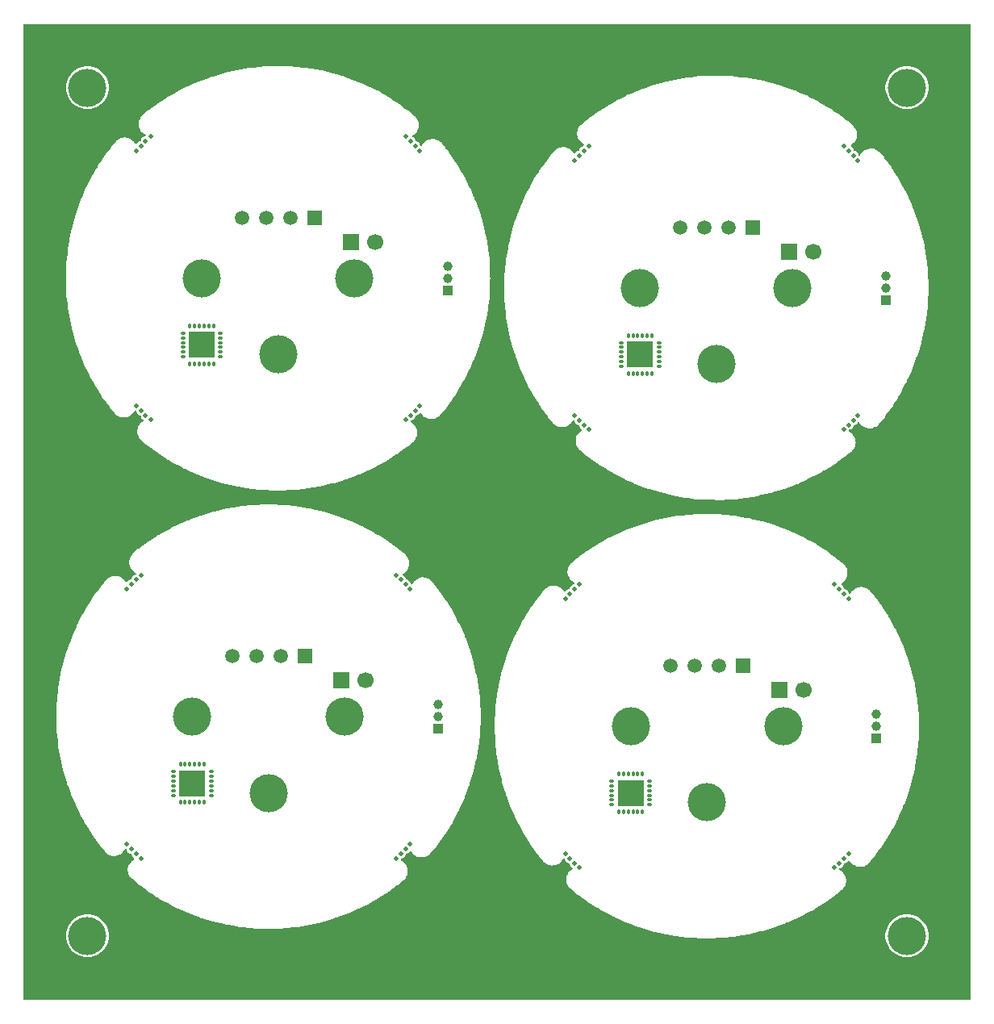
<source format=gtl>
G04*
G04 #@! TF.GenerationSoftware,Altium Limited,Altium Designer,22.4.2 (48)*
G04*
G04 Layer_Physical_Order=1*
G04 Layer_Color=255*
%FSLAX25Y25*%
%MOIN*%
G70*
G04*
G04 #@! TF.SameCoordinates,26249B9F-D8ED-40E7-B964-7C6F937C0492*
G04*
G04*
G04 #@! TF.FilePolarity,Positive*
G04*
G01*
G75*
%ADD10O,0.02559X0.01181*%
%ADD11O,0.01181X0.02559*%
%ADD12R,0.11024X0.11024*%
%ADD13C,0.15748*%
%ADD14C,0.01968*%
%ADD15R,0.03937X0.03937*%
%ADD16C,0.03937*%
%ADD17C,0.06693*%
%ADD18R,0.06693X0.06693*%
%ADD19C,0.05906*%
%ADD20R,0.05906X0.05906*%
%ADD21C,0.02362*%
G36*
X368858Y-18465D02*
X-22402D01*
X-22402Y384607D01*
X368858D01*
Y-18465D01*
D02*
G37*
%LPC*%
G36*
X82677Y367189D02*
X82010Y367167D01*
X80577Y367173D01*
X80548Y367168D01*
X80518Y367172D01*
X77885Y367032D01*
X76944Y367001D01*
X76517Y366959D01*
X75518Y366906D01*
X75489Y366898D01*
X75459Y366901D01*
X71893Y366504D01*
X71235Y366439D01*
X71076Y366412D01*
X70483Y366346D01*
X70454Y366337D01*
X70424Y366338D01*
X65488Y365497D01*
X65460Y365486D01*
X65430Y365485D01*
X60551Y364361D01*
X60524Y364348D01*
X60494Y364346D01*
X60051Y364216D01*
X59989Y364202D01*
X59656Y364101D01*
X55688Y362941D01*
X55662Y362927D01*
X55632Y362923D01*
X54823Y362635D01*
X54499Y362537D01*
X53653Y362218D01*
X50915Y361243D01*
X50889Y361227D01*
X50860Y361221D01*
X49682Y360723D01*
X49131Y360516D01*
X48288Y360134D01*
X46248Y359272D01*
X46223Y359255D01*
X46194Y359247D01*
X44634Y358478D01*
X43906Y358148D01*
X43218Y357781D01*
X41703Y357034D01*
X41679Y357016D01*
X41651Y357007D01*
X39669Y355884D01*
X38847Y355444D01*
X38368Y355146D01*
X37294Y354538D01*
X37271Y354519D01*
X37244Y354508D01*
X34725Y352882D01*
X33975Y352415D01*
X33723Y352234D01*
X33037Y351792D01*
X33016Y351771D01*
X32989Y351758D01*
X29478Y349192D01*
X29313Y349074D01*
X29286Y349052D01*
X28946Y348804D01*
X28926Y348782D01*
X28899Y348767D01*
X26566Y346846D01*
X26482Y346743D01*
X26385Y346652D01*
X25782Y345808D01*
X25727Y345686D01*
X25657Y345573D01*
X25294Y344602D01*
X25272Y344470D01*
X25234Y344342D01*
X25134Y343310D01*
X25147Y343177D01*
X25143Y343044D01*
X25313Y342021D01*
X25361Y341896D01*
X25391Y341767D01*
X25821Y340823D01*
X25899Y340714D01*
X25962Y340597D01*
X26621Y339796D01*
X26724Y339712D01*
X26816Y339615D01*
X27660Y339012D01*
X27781Y338957D01*
X27894Y338887D01*
X27996Y338653D01*
X27779Y338153D01*
X27585D01*
X26856Y337851D01*
X26298Y337293D01*
X25995Y336563D01*
Y336209D01*
X25642D01*
X24912Y335907D01*
X24354Y335349D01*
X24257Y335114D01*
X23965Y335059D01*
X23704Y335087D01*
X23660Y335150D01*
X23655Y335161D01*
X23619Y335208D01*
X23056Y336012D01*
X22944Y336119D01*
X22842Y336236D01*
X21880Y336974D01*
X21741Y337043D01*
X21608Y337123D01*
X20686Y337459D01*
X20632Y337481D01*
X20620Y337483D01*
X20469Y337538D01*
X20315Y337561D01*
X20165Y337598D01*
X19534Y337626D01*
X19343Y337651D01*
X19247Y337638D01*
X18953Y337651D01*
X18800Y337628D01*
X18645Y337617D01*
X18217Y337503D01*
X18054Y337481D01*
X17902Y337418D01*
X17474Y337304D01*
X17335Y337235D01*
X17190Y337179D01*
X16942Y337021D01*
X16853Y336984D01*
X16700Y336867D01*
X16168Y336527D01*
X16055Y336420D01*
X15934Y336323D01*
X15831Y336200D01*
X15822Y336192D01*
X15786Y336146D01*
X13935Y333941D01*
X13921Y333914D01*
X13899Y333894D01*
X13362Y333173D01*
X13131Y332892D01*
X12596Y332146D01*
X10907Y329879D01*
X10894Y329852D01*
X10873Y329831D01*
X10146Y328726D01*
X9790Y328229D01*
X9307Y327453D01*
X8119Y325649D01*
X8107Y325622D01*
X8088Y325599D01*
X7192Y324052D01*
X6760Y323358D01*
X6402Y322687D01*
X5579Y321266D01*
X5569Y321237D01*
X5551Y321214D01*
X4499Y319127D01*
X4056Y318299D01*
X3833Y317807D01*
X3297Y316743D01*
X3289Y316714D01*
X3272Y316689D01*
X2043Y313856D01*
X1689Y313074D01*
X1589Y312808D01*
X1280Y312095D01*
X1273Y312066D01*
X1258Y312041D01*
X-318Y307743D01*
X-332Y307705D01*
X-334Y307699D01*
X-466Y307339D01*
X-470Y307310D01*
X-484Y307283D01*
X-1933Y302490D01*
X-1936Y302461D01*
X-1949Y302434D01*
X-3118Y297565D01*
X-3119Y297535D01*
X-3130Y297507D01*
X-3250Y296840D01*
X-3300Y296629D01*
X-3425Y295870D01*
X-4017Y292579D01*
X-4016Y292549D01*
X-4026Y292521D01*
X-4156Y291443D01*
X-4234Y290970D01*
X-4327Y290029D01*
X-4626Y287550D01*
X-4624Y287520D01*
X-4631Y287491D01*
X-4727Y285968D01*
X-4796Y285261D01*
X-4824Y284404D01*
X-4944Y282493D01*
X-4940Y282464D01*
X-4946Y282435D01*
X-4955Y280413D01*
X-4984Y279528D01*
X-4962Y278860D01*
X-4969Y277427D01*
X-4963Y277398D01*
X-4967Y277368D01*
X-4827Y274734D01*
X-4796Y273794D01*
X-4754Y273368D01*
X-4701Y272368D01*
X-4694Y272339D01*
X-4696Y272310D01*
X-4299Y268742D01*
X-4234Y268086D01*
X-4208Y267927D01*
X-4142Y267333D01*
X-4133Y267305D01*
X-4133Y267275D01*
X-3292Y262339D01*
X-3282Y262311D01*
X-3281Y262281D01*
X-2156Y257402D01*
X-2144Y257374D01*
X-2141Y257345D01*
X-2011Y256901D01*
X-1997Y256839D01*
X-1897Y256508D01*
X-736Y252538D01*
X-722Y252512D01*
X-718Y252482D01*
X-430Y251673D01*
X-332Y251350D01*
X-14Y250504D01*
X962Y247765D01*
X977Y247740D01*
X983Y247710D01*
X1481Y246532D01*
X1689Y245981D01*
X2070Y245139D01*
X2933Y243098D01*
X2950Y243074D01*
X2957Y243045D01*
X3726Y241484D01*
X4056Y240756D01*
X4424Y240068D01*
X5170Y238553D01*
X5189Y238529D01*
X5198Y238501D01*
X6321Y236519D01*
X6760Y235697D01*
X7058Y235218D01*
X7666Y234144D01*
X7686Y234122D01*
X7697Y234094D01*
X9324Y231575D01*
X9790Y230826D01*
X9970Y230574D01*
X10413Y229888D01*
X10434Y229866D01*
X10447Y229839D01*
X13013Y226327D01*
X13131Y226163D01*
X13152Y226137D01*
X13401Y225796D01*
X13423Y225776D01*
X13437Y225750D01*
X15029Y223817D01*
X15029Y223817D01*
X15416Y223347D01*
X15536Y223249D01*
X15648Y223140D01*
X16217Y222771D01*
X16366Y222657D01*
X16442Y222625D01*
X16669Y222478D01*
X16814Y222420D01*
X16953Y222351D01*
X17408Y222225D01*
X17567Y222159D01*
X17722Y222139D01*
X18126Y222027D01*
X18282Y222016D01*
X18436Y221991D01*
X18750Y222003D01*
X18856Y221989D01*
X19048Y222015D01*
X19652Y222038D01*
X19804Y222074D01*
X19958Y222097D01*
X20124Y222156D01*
X20145Y222159D01*
X20231Y222195D01*
X21103Y222508D01*
X21237Y222588D01*
X21377Y222656D01*
X22345Y223394D01*
X22448Y223511D01*
X22561Y223618D01*
X23146Y224449D01*
X23169Y224479D01*
X23171Y224486D01*
X23261Y224613D01*
X23324Y224756D01*
X23399Y224892D01*
X23531Y224954D01*
X23767Y224856D01*
X24052D01*
Y224435D01*
X24354Y223706D01*
X24912Y223148D01*
X25642Y222846D01*
X25995D01*
Y222492D01*
X26298Y221763D01*
X26856Y221204D01*
X27099Y221104D01*
X27162Y220874D01*
X27119Y220554D01*
X27114Y220552D01*
X27054Y220510D01*
X27044Y220506D01*
X26997Y220470D01*
X26265Y219957D01*
X26173Y219861D01*
X26068Y219777D01*
X26022Y219722D01*
X26012Y219714D01*
X25976Y219668D01*
X25402Y218983D01*
X25338Y218866D01*
X25259Y218759D01*
X25228Y218692D01*
X25221Y218683D01*
X25198Y218629D01*
X24821Y217819D01*
X24789Y217689D01*
X24741Y217565D01*
X24728Y217493D01*
X24723Y217482D01*
X24716Y217424D01*
X24561Y216544D01*
X24563Y216410D01*
X24549Y216278D01*
X24555Y216205D01*
X24554Y216193D01*
X24561Y216135D01*
X24639Y215245D01*
X24677Y215117D01*
X24697Y214985D01*
X24722Y214916D01*
X24723Y214904D01*
X24746Y214851D01*
X25052Y214010D01*
X25121Y213896D01*
X25174Y213774D01*
X25216Y213714D01*
X25221Y213703D01*
X25256Y213657D01*
X25769Y212925D01*
X25866Y212832D01*
X25949Y212728D01*
X26005Y212681D01*
X26012Y212672D01*
X26059Y212636D01*
X26346Y212395D01*
X26346Y212395D01*
X28264Y210786D01*
X28290Y210771D01*
X28310Y210749D01*
X29031Y210212D01*
X29313Y209981D01*
X30059Y209446D01*
X32326Y207757D01*
X32353Y207745D01*
X32374Y207724D01*
X33478Y206996D01*
X33975Y206640D01*
X34752Y206157D01*
X36555Y204969D01*
X36583Y204958D01*
X36605Y204938D01*
X38153Y204042D01*
X38847Y203611D01*
X39518Y203252D01*
X40939Y202429D01*
X40967Y202420D01*
X40991Y202401D01*
X43078Y201349D01*
X43906Y200907D01*
X44398Y200684D01*
X45462Y200147D01*
X45491Y200139D01*
X45515Y200122D01*
X48349Y198894D01*
X49131Y198539D01*
X49396Y198439D01*
X50109Y198130D01*
X50138Y198124D01*
X50164Y198108D01*
X54461Y196533D01*
X54499Y196519D01*
X54505Y196517D01*
X54865Y196385D01*
X54895Y196380D01*
X54921Y196366D01*
X59714Y194917D01*
X59744Y194914D01*
X59771Y194902D01*
X64640Y193732D01*
X64670Y193731D01*
X64697Y193720D01*
X65364Y193600D01*
X65575Y193551D01*
X66336Y193425D01*
X69626Y192833D01*
X69656Y192834D01*
X69684Y192825D01*
X70762Y192694D01*
X71235Y192616D01*
X72176Y192524D01*
X74655Y192224D01*
X74685Y192227D01*
X74714Y192219D01*
X76236Y192124D01*
X76944Y192054D01*
X77801Y192026D01*
X79711Y191907D01*
X79741Y191911D01*
X79770Y191905D01*
X81792Y191895D01*
X82677Y191867D01*
X83345Y191888D01*
X84777Y191882D01*
X84807Y191887D01*
X84836Y191883D01*
X87470Y192023D01*
X88411Y192054D01*
X88837Y192096D01*
X89836Y192149D01*
X89865Y192157D01*
X89895Y192154D01*
X93462Y192552D01*
X94119Y192616D01*
X94278Y192643D01*
X94872Y192709D01*
X94900Y192718D01*
X94930Y192717D01*
X99866Y193558D01*
X99894Y193569D01*
X99924Y193570D01*
X104803Y194694D01*
X104830Y194707D01*
X104860Y194709D01*
X105303Y194839D01*
X105366Y194853D01*
X105698Y194954D01*
X109666Y196114D01*
X109693Y196128D01*
X109722Y196132D01*
X110531Y196420D01*
X110855Y196519D01*
X111701Y196837D01*
X114439Y197812D01*
X114465Y197828D01*
X114494Y197834D01*
X115672Y198332D01*
X116224Y198539D01*
X117066Y198921D01*
X119106Y199783D01*
X119131Y199800D01*
X119160Y199808D01*
X120720Y200577D01*
X121449Y200907D01*
X122137Y201275D01*
X123652Y202021D01*
X123675Y202039D01*
X123704Y202048D01*
X125685Y203171D01*
X126508Y203611D01*
X126987Y203909D01*
X128060Y204517D01*
X128083Y204537D01*
X128111Y204548D01*
X130629Y206173D01*
X131379Y206640D01*
X131632Y206821D01*
X132317Y207264D01*
X132339Y207284D01*
X132366Y207297D01*
X135876Y209862D01*
X136042Y209981D01*
X136068Y210003D01*
X136408Y210251D01*
X136429Y210274D01*
X136455Y210288D01*
X138388Y211879D01*
X138388Y211879D01*
X138724Y212156D01*
X138733Y212167D01*
X138757Y212185D01*
X138813Y212259D01*
X138881Y212317D01*
X139416Y213005D01*
X139467Y213106D01*
X139533Y213196D01*
X139535Y213200D01*
X139548Y213217D01*
X139584Y213303D01*
X139906Y213985D01*
X139933Y214094D01*
X139978Y214197D01*
X140007Y214325D01*
X140046Y214418D01*
X140071Y214609D01*
X140169Y215048D01*
X140172Y215160D01*
X140194Y215271D01*
Y215543D01*
X140215Y215707D01*
X140194Y215870D01*
X140194Y216266D01*
X140166Y216407D01*
X140153Y216551D01*
X140063Y216861D01*
X140046Y216995D01*
X139974Y217167D01*
X139841Y217626D01*
X139775Y217754D01*
X139723Y217888D01*
X139587Y218103D01*
X139548Y218196D01*
X139430Y218350D01*
X139124Y218834D01*
X139024Y218938D01*
X138937Y219052D01*
X138795Y219178D01*
X138757Y219228D01*
X138619Y219334D01*
X138098Y219794D01*
X137974Y219866D01*
X137858Y219951D01*
X137742Y220006D01*
X137725Y220019D01*
X137645Y220052D01*
X137208Y220278D01*
X137349Y220618D01*
Y220902D01*
X137769D01*
X138499Y221204D01*
X139057Y221763D01*
X139359Y222492D01*
Y222846D01*
X139713D01*
X140442Y223148D01*
X141000Y223706D01*
X141101Y223949D01*
X141330Y224012D01*
X141651Y223969D01*
X141653Y223965D01*
X141695Y223905D01*
X141699Y223894D01*
X141734Y223848D01*
X142247Y223115D01*
X142344Y223023D01*
X142427Y222919D01*
X142483Y222872D01*
X142490Y222863D01*
X142536Y222827D01*
X143222Y222252D01*
X143339Y222188D01*
X143446Y222109D01*
X143512Y222078D01*
X143522Y222071D01*
X143575Y222049D01*
X144386Y221671D01*
X144516Y221639D01*
X144640Y221591D01*
X144712Y221578D01*
X144723Y221574D01*
X144780Y221566D01*
X145661Y221411D01*
X145794Y221414D01*
X145927Y221399D01*
X146000Y221406D01*
X146012Y221404D01*
X146069Y221412D01*
X146960Y221490D01*
X147088Y221527D01*
X147220Y221547D01*
X147289Y221572D01*
X147300Y221574D01*
X147354Y221596D01*
X148195Y221902D01*
X148309Y221971D01*
X148431Y222025D01*
X148491Y222067D01*
X148501Y222071D01*
X148548Y222107D01*
X149280Y222620D01*
X149372Y222716D01*
X149476Y222799D01*
X149523Y222855D01*
X149533Y222863D01*
X149569Y222909D01*
X151430Y225127D01*
X151444Y225154D01*
X151467Y225174D01*
X152001Y225892D01*
X152223Y226163D01*
X152754Y226903D01*
X154476Y229217D01*
X154489Y229244D01*
X154510Y229265D01*
X155222Y230347D01*
X155565Y230826D01*
X156053Y231611D01*
X157280Y233477D01*
X157292Y233505D01*
X157311Y233527D01*
X158177Y235026D01*
X158594Y235697D01*
X158966Y236394D01*
X159832Y237893D01*
X159841Y237921D01*
X159860Y237945D01*
X160862Y239941D01*
X161298Y240756D01*
X161541Y241292D01*
X162122Y242449D01*
X162130Y242478D01*
X162147Y242503D01*
X163289Y245150D01*
X163665Y245981D01*
X163789Y246309D01*
X164144Y247131D01*
X164150Y247161D01*
X164165Y247186D01*
X165525Y250921D01*
X165686Y251350D01*
X165713Y251437D01*
X165889Y251923D01*
X165894Y251953D01*
X165908Y251979D01*
X167354Y256808D01*
X167357Y256838D01*
X167369Y256865D01*
X168531Y261770D01*
X168533Y261800D01*
X168543Y261828D01*
X168633Y262336D01*
X168654Y262426D01*
X168728Y262877D01*
X169419Y266792D01*
X169418Y266822D01*
X169427Y266850D01*
X169531Y267739D01*
X169588Y268086D01*
X169678Y268993D01*
X170012Y271857D01*
X170010Y271887D01*
X170018Y271916D01*
X170093Y273209D01*
X170151Y273794D01*
X170181Y274718D01*
X170311Y276948D01*
X170307Y276978D01*
X170312Y277007D01*
X170312Y278738D01*
X170338Y279528D01*
X170312Y280317D01*
X170312Y282015D01*
X170307Y282044D01*
X170311Y282073D01*
X170181Y284329D01*
X170151Y285261D01*
X170095Y285823D01*
X170025Y287039D01*
X170018Y287068D01*
X170020Y287097D01*
X169674Y290101D01*
X169588Y290970D01*
X169540Y291263D01*
X169450Y292038D01*
X169441Y292067D01*
X169442Y292096D01*
X168661Y296587D01*
X168654Y296629D01*
X168652Y296636D01*
X168590Y296997D01*
X168579Y297024D01*
X168578Y297054D01*
X167446Y301898D01*
X167434Y301925D01*
X167431Y301954D01*
X166023Y306725D01*
X166009Y306751D01*
X166004Y306780D01*
X165761Y307459D01*
X165686Y307705D01*
X165394Y308482D01*
X164325Y311462D01*
X164309Y311488D01*
X164303Y311517D01*
X163852Y312579D01*
X163665Y313074D01*
X163277Y313932D01*
X162358Y316094D01*
X162341Y316119D01*
X162333Y316147D01*
X161613Y317605D01*
X161298Y318299D01*
X160913Y319019D01*
X160128Y320606D01*
X160110Y320630D01*
X160101Y320658D01*
X159028Y322546D01*
X158594Y323358D01*
X158277Y323868D01*
X157644Y324982D01*
X157624Y325005D01*
X157613Y325032D01*
X156042Y327462D01*
X155565Y328229D01*
X155368Y328504D01*
X154912Y329209D01*
X154891Y329230D01*
X154879Y329257D01*
X152385Y332667D01*
X152223Y332892D01*
X152193Y332930D01*
X151942Y333272D01*
X151920Y333292D01*
X151907Y333318D01*
X150326Y335238D01*
X150326Y335238D01*
X149996Y335638D01*
X149893Y335723D01*
X149801Y335820D01*
X148957Y336422D01*
X148836Y336477D01*
X148722Y336547D01*
X147751Y336911D01*
X147619Y336933D01*
X147492Y336971D01*
X146460Y337071D01*
X146327Y337058D01*
X146194Y337062D01*
X145171Y336891D01*
X145046Y336844D01*
X144916Y336813D01*
X143972Y336384D01*
X143864Y336306D01*
X143746Y336243D01*
X142946Y335584D01*
X142862Y335480D01*
X142764Y335389D01*
X142162Y334545D01*
X142107Y334424D01*
X142037Y334310D01*
X141802Y334208D01*
X141302Y334425D01*
Y334620D01*
X141000Y335349D01*
X140442Y335907D01*
X139713Y336209D01*
X139359D01*
Y336563D01*
X139057Y337293D01*
X138499Y337851D01*
X138229Y337962D01*
X138217Y338509D01*
X138257Y338527D01*
X138311Y338549D01*
X138320Y338557D01*
X138426Y338606D01*
X138542Y338691D01*
X138667Y338763D01*
X139210Y339240D01*
X139342Y339341D01*
X139376Y339385D01*
X139513Y339505D01*
X139601Y339619D01*
X139700Y339724D01*
X140016Y340219D01*
X140134Y340372D01*
X140171Y340461D01*
X140305Y340672D01*
X140357Y340807D01*
X140424Y340935D01*
X140559Y341401D01*
X140631Y341573D01*
X140648Y341706D01*
X140738Y342014D01*
X140751Y342158D01*
X140779Y342300D01*
X140779Y342698D01*
X140801Y342862D01*
X140779Y343025D01*
Y343293D01*
X140757Y343403D01*
X140755Y343514D01*
X140656Y343960D01*
X140631Y344151D01*
X140594Y344240D01*
X140568Y344356D01*
X140523Y344458D01*
X140497Y344566D01*
X140156Y345297D01*
X140134Y345352D01*
X140065Y345441D01*
X140017Y345538D01*
X139492Y346222D01*
X139411Y346294D01*
X139342Y346383D01*
X139295Y346419D01*
X137090Y348269D01*
X137064Y348284D01*
X137044Y348306D01*
X136323Y348843D01*
X136042Y349074D01*
X135294Y349609D01*
X133029Y351298D01*
X133002Y351310D01*
X132980Y351331D01*
X131877Y352059D01*
X131379Y352415D01*
X130602Y352899D01*
X128799Y354086D01*
X128771Y354097D01*
X128749Y354117D01*
X127202Y355013D01*
X126508Y355444D01*
X125836Y355803D01*
X124415Y356626D01*
X124387Y356635D01*
X124364Y356654D01*
X122277Y357706D01*
X121449Y358148D01*
X120956Y358372D01*
X119892Y358908D01*
X119863Y358916D01*
X119839Y358933D01*
X117007Y360161D01*
X116224Y360516D01*
X115957Y360616D01*
X115245Y360925D01*
X115216Y360931D01*
X115190Y360947D01*
X110895Y362522D01*
X110855Y362537D01*
X110849Y362538D01*
X110489Y362670D01*
X110459Y362675D01*
X110433Y362689D01*
X105640Y364138D01*
X105610Y364141D01*
X105583Y364153D01*
X100715Y365323D01*
X100685Y365324D01*
X100657Y365335D01*
X99990Y365455D01*
X99779Y365504D01*
X99018Y365630D01*
X95729Y366222D01*
X95699Y366221D01*
X95670Y366230D01*
X94593Y366360D01*
X94119Y366439D01*
X93177Y366531D01*
X90699Y366831D01*
X90670Y366828D01*
X90641Y366836D01*
X89118Y366931D01*
X88411Y367001D01*
X87553Y367029D01*
X85643Y367148D01*
X85614Y367144D01*
X85584Y367150D01*
X83563Y367160D01*
X82677Y367189D01*
D02*
G37*
G36*
X263779Y363252D02*
X263112Y363230D01*
X261679Y363236D01*
X261650Y363231D01*
X261620Y363235D01*
X258987Y363095D01*
X258046Y363064D01*
X257620Y363022D01*
X256620Y362969D01*
X256591Y362961D01*
X256562Y362964D01*
X252996Y362566D01*
X252338Y362502D01*
X252179Y362475D01*
X251585Y362409D01*
X251557Y362400D01*
X251527Y362401D01*
X246591Y361560D01*
X246563Y361549D01*
X246533Y361548D01*
X241654Y360424D01*
X241626Y360411D01*
X241597Y360409D01*
X241153Y360279D01*
X241091Y360265D01*
X240758Y360164D01*
X236790Y359004D01*
X236764Y358990D01*
X236734Y358986D01*
X235925Y358698D01*
X235602Y358599D01*
X234756Y358281D01*
X232017Y357306D01*
X231992Y357290D01*
X231962Y357284D01*
X230785Y356786D01*
X230233Y356579D01*
X229391Y356197D01*
X227350Y355335D01*
X227326Y355318D01*
X227297Y355310D01*
X225736Y354541D01*
X225008Y354211D01*
X224320Y353844D01*
X222805Y353097D01*
X222781Y353079D01*
X222753Y353070D01*
X220771Y351947D01*
X219949Y351507D01*
X219470Y351209D01*
X218396Y350601D01*
X218374Y350582D01*
X218346Y350571D01*
X215828Y348945D01*
X215078Y348478D01*
X214825Y348297D01*
X214140Y347854D01*
X214118Y347834D01*
X214091Y347821D01*
X210580Y345255D01*
X210415Y345137D01*
X210389Y345115D01*
X210048Y344867D01*
X210028Y344845D01*
X210002Y344830D01*
X207669Y342909D01*
X207585Y342806D01*
X207487Y342715D01*
X206885Y341871D01*
X206830Y341749D01*
X206760Y341636D01*
X206396Y340665D01*
X206374Y340533D01*
X206336Y340405D01*
X206236Y339373D01*
X206249Y339240D01*
X206245Y339107D01*
X206416Y338084D01*
X206463Y337959D01*
X206494Y337830D01*
X206923Y336886D01*
X207001Y336777D01*
X207064Y336660D01*
X207723Y335859D01*
X207827Y335775D01*
X207918Y335678D01*
X208762Y335075D01*
X208883Y335020D01*
X208997Y334950D01*
X209099Y334716D01*
X208882Y334216D01*
X208687D01*
X207958Y333914D01*
X207400Y333355D01*
X207098Y332626D01*
Y332272D01*
X206744D01*
X206015Y331970D01*
X205456Y331412D01*
X205359Y331176D01*
X205067Y331122D01*
X204807Y331150D01*
X204762Y331213D01*
X204758Y331224D01*
X204722Y331271D01*
X204159Y332075D01*
X204047Y332182D01*
X203944Y332299D01*
X202982Y333037D01*
X202843Y333106D01*
X202711Y333186D01*
X201788Y333522D01*
X201734Y333544D01*
X201722Y333546D01*
X201571Y333601D01*
X201418Y333624D01*
X201267Y333661D01*
X200636Y333689D01*
X200445Y333714D01*
X200349Y333701D01*
X200056Y333714D01*
X199902Y333691D01*
X199747Y333681D01*
X199320Y333566D01*
X199156Y333544D01*
X199004Y333481D01*
X198576Y333367D01*
X198437Y333298D01*
X198292Y333242D01*
X198045Y333084D01*
X197955Y333047D01*
X197803Y332930D01*
X197270Y332590D01*
X197158Y332483D01*
X197037Y332386D01*
X196933Y332263D01*
X196924Y332256D01*
X196888Y332209D01*
X195038Y330003D01*
X195023Y329977D01*
X195001Y329957D01*
X194464Y329236D01*
X194233Y328955D01*
X193699Y328209D01*
X192009Y325942D01*
X191997Y325915D01*
X191976Y325894D01*
X191248Y324789D01*
X190892Y324292D01*
X190409Y323516D01*
X189221Y321712D01*
X189210Y321685D01*
X189190Y321662D01*
X188294Y320115D01*
X187863Y319421D01*
X187504Y318750D01*
X186681Y317329D01*
X186672Y317301D01*
X186653Y317277D01*
X185601Y315189D01*
X185159Y314362D01*
X184936Y313870D01*
X184399Y312806D01*
X184391Y312777D01*
X184374Y312752D01*
X183145Y309919D01*
X182791Y309137D01*
X182691Y308871D01*
X182382Y308158D01*
X182376Y308129D01*
X182360Y308104D01*
X180785Y303805D01*
X180771Y303768D01*
X180769Y303763D01*
X180637Y303402D01*
X180632Y303373D01*
X180618Y303346D01*
X179169Y298553D01*
X179166Y298524D01*
X179154Y298497D01*
X177984Y293628D01*
X177983Y293598D01*
X177972Y293570D01*
X177852Y292903D01*
X177803Y292692D01*
X177677Y291933D01*
X177085Y288642D01*
X177086Y288612D01*
X177077Y288584D01*
X176946Y287506D01*
X176868Y287033D01*
X176776Y286092D01*
X176476Y283613D01*
X176479Y283583D01*
X176471Y283554D01*
X176376Y282031D01*
X176306Y281324D01*
X176278Y280467D01*
X176159Y278556D01*
X176163Y278527D01*
X176157Y278498D01*
X176147Y276476D01*
X176118Y275590D01*
X176140Y274923D01*
X176134Y273490D01*
X176139Y273461D01*
X176135Y273431D01*
X176275Y270797D01*
X176306Y269857D01*
X176348Y269431D01*
X176401Y268431D01*
X176409Y268402D01*
X176406Y268373D01*
X176804Y264805D01*
X176868Y264148D01*
X176894Y263990D01*
X176961Y263396D01*
X176970Y263368D01*
X176969Y263338D01*
X177810Y258402D01*
X177821Y258374D01*
X177822Y258344D01*
X178946Y253465D01*
X178959Y253437D01*
X178961Y253408D01*
X179091Y252964D01*
X179105Y252902D01*
X179206Y252571D01*
X180366Y248601D01*
X180380Y248575D01*
X180384Y248545D01*
X180673Y247736D01*
X180771Y247413D01*
X181089Y246567D01*
X182064Y243828D01*
X182080Y243803D01*
X182086Y243774D01*
X182584Y242595D01*
X182791Y242044D01*
X183173Y241202D01*
X184035Y239161D01*
X184052Y239137D01*
X184060Y239108D01*
X184829Y237547D01*
X185159Y236819D01*
X185526Y236131D01*
X186273Y234616D01*
X186291Y234592D01*
X186300Y234564D01*
X187424Y232582D01*
X187863Y231760D01*
X188161Y231281D01*
X188769Y230207D01*
X188788Y230185D01*
X188799Y230157D01*
X190426Y227638D01*
X190892Y226889D01*
X191073Y226637D01*
X191516Y225951D01*
X191536Y225929D01*
X191549Y225902D01*
X194115Y222390D01*
X194233Y222226D01*
X194255Y222200D01*
X194503Y221859D01*
X194526Y221839D01*
X194540Y221813D01*
X196131Y219880D01*
X196131Y219880D01*
X196518Y219410D01*
X196639Y219312D01*
X196750Y219203D01*
X197320Y218834D01*
X197469Y218720D01*
X197544Y218688D01*
X197772Y218541D01*
X197916Y218483D01*
X198056Y218413D01*
X198510Y218288D01*
X198670Y218222D01*
X198824Y218202D01*
X199229Y218090D01*
X199384Y218079D01*
X199538Y218055D01*
X199853Y218066D01*
X199959Y218053D01*
X200150Y218078D01*
X200754Y218101D01*
X200906Y218137D01*
X201060Y218160D01*
X201226Y218219D01*
X201247Y218222D01*
X201333Y218258D01*
X202206Y218571D01*
X202339Y218651D01*
X202479Y218719D01*
X203447Y219457D01*
X203550Y219574D01*
X203663Y219681D01*
X204248Y220512D01*
X204271Y220542D01*
X204274Y220549D01*
X204364Y220676D01*
X204427Y220819D01*
X204502Y220955D01*
X204633Y221017D01*
X204870Y220919D01*
X205154D01*
Y220498D01*
X205456Y219769D01*
X206015Y219211D01*
X206744Y218909D01*
X207098D01*
Y218555D01*
X207400Y217826D01*
X207958Y217267D01*
X208201Y217167D01*
X208265Y216937D01*
X208221Y216617D01*
X208217Y216615D01*
X208157Y216573D01*
X208146Y216569D01*
X208099Y216533D01*
X207367Y216020D01*
X207275Y215924D01*
X207171Y215840D01*
X207124Y215785D01*
X207115Y215777D01*
X207079Y215731D01*
X206504Y215046D01*
X206440Y214929D01*
X206361Y214822D01*
X206330Y214755D01*
X206323Y214746D01*
X206301Y214692D01*
X205923Y213882D01*
X205891Y213752D01*
X205843Y213628D01*
X205830Y213556D01*
X205826Y213545D01*
X205818Y213487D01*
X205663Y212607D01*
X205666Y212473D01*
X205651Y212341D01*
X205658Y212268D01*
X205656Y212256D01*
X205664Y212198D01*
X205742Y211308D01*
X205779Y211179D01*
X205799Y211048D01*
X205824Y210979D01*
X205826Y210967D01*
X205848Y210914D01*
X206154Y210073D01*
X206223Y209959D01*
X206277Y209837D01*
X206319Y209777D01*
X206323Y209766D01*
X206359Y209720D01*
X206872Y208988D01*
X206968Y208895D01*
X207051Y208791D01*
X207107Y208744D01*
X207115Y208735D01*
X207161Y208699D01*
X207449Y208458D01*
X207449Y208458D01*
X209367Y206849D01*
X209393Y206834D01*
X209413Y206812D01*
X210134Y206275D01*
X210415Y206044D01*
X211161Y205509D01*
X213428Y203820D01*
X213455Y203808D01*
X213476Y203787D01*
X214581Y203059D01*
X215078Y202703D01*
X215854Y202220D01*
X217658Y201032D01*
X217685Y201021D01*
X217708Y201001D01*
X219255Y200105D01*
X219949Y199674D01*
X220620Y199315D01*
X222041Y198492D01*
X222070Y198483D01*
X222093Y198464D01*
X224181Y197412D01*
X225008Y196970D01*
X225500Y196747D01*
X226564Y196210D01*
X226593Y196202D01*
X226618Y196185D01*
X229451Y194957D01*
X230233Y194602D01*
X230499Y194502D01*
X231212Y194193D01*
X231241Y194187D01*
X231266Y194171D01*
X235564Y192596D01*
X235602Y192582D01*
X235608Y192580D01*
X235968Y192448D01*
X235997Y192443D01*
X236024Y192429D01*
X240817Y190980D01*
X240846Y190977D01*
X240874Y190965D01*
X245742Y189795D01*
X245772Y189794D01*
X245800Y189783D01*
X246467Y189663D01*
X246678Y189614D01*
X247438Y189488D01*
X250728Y188897D01*
X250758Y188897D01*
X250786Y188888D01*
X251864Y188758D01*
X252338Y188679D01*
X253279Y188587D01*
X255757Y188287D01*
X255787Y188290D01*
X255816Y188282D01*
X257339Y188187D01*
X258046Y188117D01*
X258903Y188089D01*
X260814Y187970D01*
X260843Y187974D01*
X260873Y187968D01*
X262894Y187958D01*
X263779Y187929D01*
X264447Y187951D01*
X265880Y187945D01*
X265909Y187950D01*
X265939Y187946D01*
X268572Y188086D01*
X269513Y188117D01*
X269939Y188159D01*
X270939Y188212D01*
X270968Y188220D01*
X270998Y188217D01*
X274564Y188615D01*
X275222Y188679D01*
X275380Y188706D01*
X275974Y188772D01*
X276002Y188781D01*
X276032Y188780D01*
X280968Y189621D01*
X280996Y189632D01*
X281026Y189633D01*
X285905Y190758D01*
X285933Y190770D01*
X285962Y190772D01*
X286406Y190902D01*
X286468Y190916D01*
X286800Y191017D01*
X290769Y192177D01*
X290795Y192191D01*
X290825Y192195D01*
X291634Y192483D01*
X291957Y192582D01*
X292804Y192900D01*
X295542Y193875D01*
X295567Y193891D01*
X295597Y193897D01*
X296775Y194395D01*
X297326Y194602D01*
X298168Y194984D01*
X300209Y195846D01*
X300233Y195863D01*
X300262Y195871D01*
X301823Y196640D01*
X302551Y196970D01*
X303239Y197338D01*
X304754Y198084D01*
X304778Y198102D01*
X304806Y198111D01*
X306787Y199234D01*
X307610Y199674D01*
X308089Y199972D01*
X309162Y200580D01*
X309185Y200600D01*
X309213Y200610D01*
X311731Y202236D01*
X312481Y202703D01*
X312734Y202884D01*
X313420Y203327D01*
X313441Y203347D01*
X313468Y203360D01*
X316978Y205925D01*
X317144Y206044D01*
X317171Y206066D01*
X317511Y206314D01*
X317531Y206336D01*
X317557Y206351D01*
X319490Y207942D01*
X319490Y207942D01*
X319826Y208219D01*
X319835Y208230D01*
X319859Y208248D01*
X319916Y208322D01*
X319983Y208380D01*
X320518Y209068D01*
X320569Y209169D01*
X320636Y209259D01*
X320637Y209263D01*
X320651Y209280D01*
X320686Y209366D01*
X321008Y210048D01*
X321035Y210157D01*
X321081Y210260D01*
X321109Y210388D01*
X321148Y210481D01*
X321173Y210672D01*
X321271Y211111D01*
X321274Y211223D01*
X321296Y211334D01*
Y211606D01*
X321318Y211770D01*
X321296Y211933D01*
X321296Y212330D01*
X321268Y212471D01*
X321256Y212614D01*
X321166Y212924D01*
X321148Y213058D01*
X321077Y213230D01*
X320943Y213689D01*
X320877Y213817D01*
X320826Y213951D01*
X320689Y214166D01*
X320651Y214259D01*
X320533Y214413D01*
X320226Y214897D01*
X320127Y215001D01*
X320040Y215115D01*
X319897Y215241D01*
X319859Y215291D01*
X319721Y215396D01*
X319200Y215857D01*
X319076Y215929D01*
X318960Y216014D01*
X318845Y216069D01*
X318828Y216082D01*
X318748Y216115D01*
X318310Y216340D01*
X318451Y216681D01*
Y216965D01*
X318872D01*
X319601Y217267D01*
X320159Y217826D01*
X320461Y218555D01*
Y218909D01*
X320815D01*
X321545Y219211D01*
X322103Y219769D01*
X322203Y220012D01*
X322433Y220075D01*
X322753Y220032D01*
X322755Y220028D01*
X322797Y219968D01*
X322801Y219957D01*
X322837Y219911D01*
X323350Y219178D01*
X323446Y219086D01*
X323530Y218982D01*
X323586Y218935D01*
X323593Y218926D01*
X323639Y218890D01*
X324324Y218315D01*
X324441Y218251D01*
X324549Y218172D01*
X324615Y218141D01*
X324624Y218134D01*
X324678Y218112D01*
X325488Y217734D01*
X325618Y217702D01*
X325742Y217654D01*
X325814Y217641D01*
X325825Y217637D01*
X325883Y217629D01*
X326764Y217474D01*
X326897Y217477D01*
X327029Y217462D01*
X327102Y217469D01*
X327114Y217467D01*
X327172Y217475D01*
X328063Y217553D01*
X328191Y217590D01*
X328322Y217610D01*
X328391Y217635D01*
X328403Y217637D01*
X328456Y217659D01*
X329297Y217965D01*
X329411Y218034D01*
X329533Y218088D01*
X329593Y218130D01*
X329604Y218134D01*
X329650Y218170D01*
X330382Y218683D01*
X330475Y218779D01*
X330579Y218862D01*
X330626Y218918D01*
X330635Y218926D01*
X330671Y218972D01*
X332532Y221190D01*
X332546Y221217D01*
X332569Y221237D01*
X333103Y221955D01*
X333326Y222226D01*
X333856Y222966D01*
X335579Y225280D01*
X335592Y225307D01*
X335613Y225328D01*
X336324Y226410D01*
X336667Y226889D01*
X337155Y227674D01*
X338383Y229540D01*
X338394Y229568D01*
X338414Y229590D01*
X339279Y231089D01*
X339696Y231760D01*
X340069Y232457D01*
X340934Y233956D01*
X340944Y233984D01*
X340962Y234008D01*
X341965Y236004D01*
X342400Y236819D01*
X342643Y237355D01*
X343224Y238512D01*
X343232Y238541D01*
X343249Y238566D01*
X344391Y241213D01*
X344768Y242044D01*
X344892Y242372D01*
X345246Y243194D01*
X345252Y243224D01*
X345268Y243249D01*
X346627Y246984D01*
X346789Y247413D01*
X346815Y247500D01*
X346992Y247986D01*
X346996Y248015D01*
X347010Y248042D01*
X348456Y252871D01*
X348459Y252901D01*
X348471Y252928D01*
X349634Y257833D01*
X349635Y257863D01*
X349646Y257891D01*
X349735Y258400D01*
X349756Y258489D01*
X349831Y258940D01*
X350521Y262855D01*
X350520Y262885D01*
X350530Y262913D01*
X350634Y263802D01*
X350691Y264148D01*
X350780Y265056D01*
X351115Y267920D01*
X351112Y267950D01*
X351120Y267979D01*
X351195Y269271D01*
X351253Y269857D01*
X351283Y270781D01*
X351413Y273011D01*
X351409Y273041D01*
X351415Y273070D01*
X351415Y274801D01*
X351441Y275590D01*
X351415Y276380D01*
X351415Y278078D01*
X351409Y278107D01*
X351413Y278136D01*
X351284Y280392D01*
X351253Y281324D01*
X351198Y281886D01*
X351128Y283102D01*
X351120Y283131D01*
X351123Y283160D01*
X350776Y286164D01*
X350691Y287033D01*
X350642Y287326D01*
X350553Y288101D01*
X350544Y288130D01*
X350544Y288159D01*
X349763Y292650D01*
X349756Y292692D01*
X349755Y292699D01*
X349692Y293060D01*
X349681Y293087D01*
X349680Y293117D01*
X348548Y297960D01*
X348536Y297988D01*
X348533Y298017D01*
X347125Y302788D01*
X347111Y302814D01*
X347107Y302843D01*
X346863Y303522D01*
X346789Y303768D01*
X346496Y304545D01*
X345427Y307525D01*
X345412Y307551D01*
X345406Y307579D01*
X344954Y308642D01*
X344768Y309137D01*
X344379Y309995D01*
X343460Y312157D01*
X343443Y312182D01*
X343436Y312210D01*
X342715Y313668D01*
X342400Y314362D01*
X342015Y315082D01*
X341231Y316669D01*
X341213Y316692D01*
X341203Y316721D01*
X340130Y318609D01*
X339696Y319421D01*
X339380Y319930D01*
X338746Y321045D01*
X338727Y321068D01*
X338716Y321095D01*
X337144Y323525D01*
X336667Y324292D01*
X336471Y324567D01*
X336014Y325272D01*
X335994Y325293D01*
X335981Y325320D01*
X333487Y328730D01*
X333326Y328955D01*
X333295Y328993D01*
X333045Y329335D01*
X333023Y329355D01*
X333009Y329381D01*
X331428Y331301D01*
X331428Y331301D01*
X331098Y331701D01*
X330995Y331786D01*
X330904Y331883D01*
X330060Y332485D01*
X329938Y332540D01*
X329825Y332611D01*
X328854Y332974D01*
X328722Y332996D01*
X328594Y333034D01*
X327562Y333134D01*
X327429Y333121D01*
X327296Y333125D01*
X326273Y332954D01*
X326148Y332907D01*
X326019Y332876D01*
X325075Y332447D01*
X324966Y332369D01*
X324849Y332306D01*
X324048Y331647D01*
X323964Y331543D01*
X323867Y331452D01*
X323264Y330608D01*
X323209Y330487D01*
X323139Y330373D01*
X322905Y330271D01*
X322405Y330488D01*
Y330683D01*
X322103Y331412D01*
X321545Y331970D01*
X320815Y332272D01*
X320461D01*
Y332626D01*
X320159Y333355D01*
X319601Y333914D01*
X319331Y334025D01*
X319319Y334572D01*
X319359Y334590D01*
X319413Y334612D01*
X319423Y334620D01*
X319528Y334669D01*
X319645Y334754D01*
X319770Y334826D01*
X320313Y335303D01*
X320444Y335404D01*
X320478Y335448D01*
X320615Y335568D01*
X320703Y335683D01*
X320803Y335787D01*
X321119Y336282D01*
X321236Y336435D01*
X321273Y336524D01*
X321407Y336735D01*
X321459Y336870D01*
X321526Y336998D01*
X321662Y337464D01*
X321733Y337636D01*
X321751Y337769D01*
X321841Y338077D01*
X321853Y338221D01*
X321882Y338363D01*
X321882Y338761D01*
X321903Y338925D01*
X321882Y339089D01*
Y339356D01*
X321860Y339465D01*
X321857Y339577D01*
X321759Y340023D01*
X321733Y340214D01*
X321696Y340303D01*
X321671Y340419D01*
X321626Y340521D01*
X321599Y340629D01*
X321258Y341360D01*
X321236Y341415D01*
X321167Y341504D01*
X321119Y341601D01*
X320594Y342285D01*
X320513Y342357D01*
X320444Y342446D01*
X320397Y342482D01*
X318193Y344332D01*
X318166Y344347D01*
X318146Y344369D01*
X317426Y344906D01*
X317144Y345137D01*
X316397Y345672D01*
X314131Y347361D01*
X314104Y347373D01*
X314083Y347394D01*
X312979Y348122D01*
X312481Y348478D01*
X311704Y348962D01*
X309901Y350149D01*
X309874Y350160D01*
X309851Y350180D01*
X308304Y351076D01*
X307610Y351507D01*
X306938Y351867D01*
X305518Y352689D01*
X305489Y352698D01*
X305466Y352717D01*
X303379Y353769D01*
X302551Y354211D01*
X302058Y354435D01*
X300995Y354971D01*
X300966Y354979D01*
X300941Y354996D01*
X298109Y356224D01*
X297326Y356579D01*
X297060Y356679D01*
X296347Y356988D01*
X296318Y356994D01*
X296293Y357010D01*
X291997Y358584D01*
X291957Y358599D01*
X291951Y358601D01*
X291591Y358733D01*
X291562Y358738D01*
X291535Y358752D01*
X286742Y360201D01*
X286713Y360204D01*
X286686Y360216D01*
X281817Y361386D01*
X281787Y361387D01*
X281759Y361398D01*
X281093Y361518D01*
X280881Y361567D01*
X280120Y361693D01*
X276831Y362285D01*
X276801Y362284D01*
X276773Y362293D01*
X275695Y362423D01*
X275222Y362502D01*
X274280Y362595D01*
X271802Y362894D01*
X271772Y362892D01*
X271743Y362899D01*
X270221Y362994D01*
X269513Y363064D01*
X268656Y363092D01*
X266745Y363211D01*
X266716Y363207D01*
X266687Y363213D01*
X264666Y363223D01*
X263779Y363252D01*
D02*
G37*
G36*
X4811Y367142D02*
X3063D01*
X1349Y366801D01*
X-266Y366132D01*
X-1720Y365161D01*
X-2956Y363925D01*
X-3927Y362471D01*
X-4596Y360856D01*
X-4937Y359142D01*
Y357394D01*
X-4596Y355679D01*
X-3927Y354064D01*
X-2956Y352611D01*
X-1720Y351375D01*
X-266Y350404D01*
X1349Y349735D01*
X3063Y349394D01*
X4811D01*
X6526Y349735D01*
X8140Y350404D01*
X9594Y351375D01*
X10830Y352611D01*
X11801Y354064D01*
X12470Y355679D01*
X12811Y357394D01*
Y359142D01*
X12470Y360856D01*
X11801Y362471D01*
X10830Y363925D01*
X9594Y365161D01*
X8140Y366132D01*
X6526Y366801D01*
X4811Y367142D01*
D02*
G37*
G36*
X343394Y367142D02*
X341646D01*
X339931Y366801D01*
X338316Y366132D01*
X336863Y365161D01*
X335627Y363925D01*
X334656Y362471D01*
X333987Y360856D01*
X333646Y359142D01*
Y357394D01*
X333987Y355679D01*
X334656Y354064D01*
X335627Y352611D01*
X336863Y351375D01*
X338316Y350404D01*
X339931Y349735D01*
X341646Y349394D01*
X343394D01*
X345108Y349735D01*
X346723Y350404D01*
X348177Y351375D01*
X349413Y352611D01*
X350384Y354064D01*
X351053Y355679D01*
X351394Y357394D01*
Y359142D01*
X351053Y360856D01*
X350384Y362471D01*
X349413Y363925D01*
X348177Y365161D01*
X346723Y366132D01*
X345108Y366801D01*
X343394Y367142D01*
D02*
G37*
G36*
X78740Y186086D02*
X78073Y186065D01*
X76640Y186071D01*
X76611Y186065D01*
X76581Y186070D01*
X73948Y185929D01*
X73007Y185899D01*
X72580Y185857D01*
X71581Y185803D01*
X71552Y185796D01*
X71522Y185799D01*
X67956Y185401D01*
X67298Y185336D01*
X67139Y185310D01*
X66546Y185244D01*
X66517Y185235D01*
X66487Y185236D01*
X61551Y184395D01*
X61523Y184384D01*
X61493Y184383D01*
X56614Y183258D01*
X56587Y183246D01*
X56557Y183243D01*
X56114Y183114D01*
X56052Y183099D01*
X55719Y182998D01*
X51751Y181839D01*
X51725Y181825D01*
X51695Y181820D01*
X50886Y181532D01*
X50562Y181434D01*
X49716Y181116D01*
X46978Y180140D01*
X46952Y180125D01*
X46923Y180119D01*
X45745Y179621D01*
X45194Y179413D01*
X44351Y179032D01*
X42311Y178169D01*
X42286Y178153D01*
X42257Y178145D01*
X40697Y177376D01*
X39969Y177046D01*
X39281Y176678D01*
X37766Y175932D01*
X37742Y175914D01*
X37714Y175904D01*
X35732Y174782D01*
X34910Y174342D01*
X34431Y174044D01*
X33357Y173436D01*
X33334Y173416D01*
X33307Y173405D01*
X30788Y171779D01*
X30038Y171313D01*
X29786Y171132D01*
X29100Y170689D01*
X29079Y170668D01*
X29052Y170656D01*
X25541Y168090D01*
X25376Y167971D01*
X25349Y167950D01*
X25009Y167701D01*
X24989Y167679D01*
X24962Y167665D01*
X22629Y165744D01*
X22545Y165641D01*
X22448Y165549D01*
X21845Y164705D01*
X21790Y164584D01*
X21720Y164470D01*
X21357Y163499D01*
X21335Y163368D01*
X21297Y163240D01*
X21197Y162208D01*
X21210Y162075D01*
X21206Y161942D01*
X21376Y160919D01*
X21424Y160794D01*
X21454Y160664D01*
X21884Y159720D01*
X21962Y159612D01*
X22025Y159495D01*
X22684Y158694D01*
X22787Y158610D01*
X22879Y158512D01*
X23722Y157910D01*
X23844Y157855D01*
X23957Y157785D01*
X24059Y157550D01*
X23843Y157050D01*
X23648D01*
X22919Y156748D01*
X22361Y156190D01*
X22058Y155461D01*
Y155107D01*
X21704D01*
X20975Y154805D01*
X20417Y154247D01*
X20320Y154011D01*
X20028Y153956D01*
X19767Y153984D01*
X19723Y154048D01*
X19718Y154059D01*
X19682Y154106D01*
X19119Y154910D01*
X19007Y155017D01*
X18905Y155134D01*
X17943Y155872D01*
X17804Y155940D01*
X17671Y156021D01*
X16749Y156356D01*
X16695Y156379D01*
X16683Y156380D01*
X16532Y156436D01*
X16378Y156459D01*
X16228Y156496D01*
X15597Y156524D01*
X15406Y156549D01*
X15310Y156536D01*
X15016Y156549D01*
X14863Y156525D01*
X14708Y156515D01*
X14280Y156401D01*
X14117Y156379D01*
X13965Y156316D01*
X13537Y156201D01*
X13398Y156133D01*
X13253Y156076D01*
X13005Y155919D01*
X12916Y155882D01*
X12763Y155764D01*
X12230Y155425D01*
X12118Y155318D01*
X11997Y155220D01*
X11894Y155097D01*
X11885Y155090D01*
X11849Y155043D01*
X9998Y152838D01*
X9984Y152812D01*
X9962Y152792D01*
X9425Y152071D01*
X9194Y151790D01*
X8659Y151043D01*
X6970Y148777D01*
X6957Y148750D01*
X6936Y148728D01*
X6209Y147624D01*
X5853Y147127D01*
X5370Y146350D01*
X4182Y144547D01*
X4170Y144519D01*
X4151Y144497D01*
X3255Y142949D01*
X2823Y142256D01*
X2465Y141584D01*
X1642Y140163D01*
X1632Y140135D01*
X1614Y140112D01*
X562Y138024D01*
X119Y137197D01*
X-104Y136705D01*
X-640Y135640D01*
X-648Y135612D01*
X-665Y135587D01*
X-1894Y132754D01*
X-2248Y131972D01*
X-2348Y131706D01*
X-2657Y130993D01*
X-2664Y130964D01*
X-2679Y130938D01*
X-4255Y126640D01*
X-4269Y126603D01*
X-4270Y126597D01*
X-4403Y126237D01*
X-4407Y126207D01*
X-4421Y126181D01*
X-5870Y121388D01*
X-5873Y121358D01*
X-5886Y121331D01*
X-7055Y116463D01*
X-7057Y116433D01*
X-7067Y116405D01*
X-7187Y115738D01*
X-7237Y115527D01*
X-7362Y114767D01*
X-7954Y111477D01*
X-7953Y111447D01*
X-7963Y111418D01*
X-8093Y110340D01*
X-8171Y109867D01*
X-8264Y108926D01*
X-8563Y106447D01*
X-8561Y106418D01*
X-8568Y106389D01*
X-8664Y104866D01*
X-8733Y104158D01*
X-8761Y103302D01*
X-8881Y101391D01*
X-8877Y101362D01*
X-8883Y101332D01*
X-8892Y99311D01*
X-8921Y98425D01*
X-8899Y97758D01*
X-8906Y96325D01*
X-8900Y96296D01*
X-8904Y96266D01*
X-8764Y93632D01*
X-8733Y92692D01*
X-8691Y92266D01*
X-8638Y91266D01*
X-8631Y91237D01*
X-8633Y91207D01*
X-8236Y87640D01*
X-8171Y86983D01*
X-8145Y86825D01*
X-8079Y86231D01*
X-8070Y86202D01*
X-8070Y86172D01*
X-7229Y81236D01*
X-7219Y81208D01*
X-7218Y81178D01*
X-6093Y76299D01*
X-6081Y76272D01*
X-6078Y76242D01*
X-5948Y75799D01*
X-5934Y75737D01*
X-5833Y75406D01*
X-4673Y71436D01*
X-4659Y71410D01*
X-4655Y71380D01*
X-4367Y70571D01*
X-4269Y70248D01*
X-3951Y69402D01*
X-2975Y66663D01*
X-2960Y66637D01*
X-2954Y66608D01*
X-2456Y65430D01*
X-2248Y64879D01*
X-1867Y64037D01*
X-1004Y61996D01*
X-987Y61971D01*
X-979Y61942D01*
X-210Y60382D01*
X119Y59654D01*
X487Y58966D01*
X1233Y57451D01*
X1252Y57427D01*
X1261Y57399D01*
X2384Y55417D01*
X2823Y54595D01*
X3121Y54116D01*
X3729Y53042D01*
X3749Y53020D01*
X3760Y52992D01*
X5387Y50473D01*
X5853Y49723D01*
X6033Y49471D01*
X6476Y48785D01*
X6497Y48764D01*
X6510Y48737D01*
X9076Y45225D01*
X9194Y45061D01*
X9215Y45034D01*
X9464Y44694D01*
X9486Y44674D01*
X9500Y44647D01*
X11092Y42715D01*
X11092Y42715D01*
X11479Y42245D01*
X11599Y42146D01*
X11711Y42038D01*
X12280Y41668D01*
X12429Y41554D01*
X12505Y41523D01*
X12732Y41376D01*
X12877Y41318D01*
X13016Y41248D01*
X13471Y41123D01*
X13630Y41057D01*
X13785Y41036D01*
X14189Y40925D01*
X14345Y40914D01*
X14499Y40889D01*
X14813Y40901D01*
X14919Y40887D01*
X15111Y40912D01*
X15715Y40935D01*
X15867Y40971D01*
X16021Y40994D01*
X16187Y41054D01*
X16208Y41057D01*
X16294Y41093D01*
X17166Y41405D01*
X17300Y41486D01*
X17440Y41554D01*
X18408Y42292D01*
X18511Y42408D01*
X18624Y42516D01*
X19208Y43347D01*
X19232Y43377D01*
X19234Y43383D01*
X19324Y43511D01*
X19387Y43654D01*
X19462Y43790D01*
X19594Y43851D01*
X19830Y43753D01*
X20115D01*
Y43333D01*
X20417Y42604D01*
X20975Y42046D01*
X21704Y41743D01*
X22058D01*
Y41390D01*
X22361Y40660D01*
X22919Y40102D01*
X23162Y40001D01*
X23225Y39772D01*
X23182Y39452D01*
X23177Y39450D01*
X23117Y39408D01*
X23107Y39403D01*
X23060Y39368D01*
X22328Y38855D01*
X22235Y38759D01*
X22131Y38675D01*
X22085Y38619D01*
X22075Y38612D01*
X22039Y38565D01*
X21465Y37881D01*
X21401Y37764D01*
X21322Y37656D01*
X21291Y37590D01*
X21284Y37581D01*
X21261Y37527D01*
X20884Y36716D01*
X20852Y36587D01*
X20804Y36462D01*
X20791Y36391D01*
X20786Y36380D01*
X20779Y36322D01*
X20624Y35441D01*
X20626Y35308D01*
X20612Y35175D01*
X20618Y35102D01*
X20617Y35091D01*
X20624Y35033D01*
X20702Y34142D01*
X20740Y34014D01*
X20760Y33882D01*
X20785Y33814D01*
X20786Y33802D01*
X20809Y33748D01*
X21114Y32908D01*
X21184Y32794D01*
X21237Y32672D01*
X21279Y32612D01*
X21284Y32601D01*
X21319Y32555D01*
X21832Y31822D01*
X21929Y31730D01*
X22012Y31626D01*
X22068Y31579D01*
X22075Y31570D01*
X22122Y31534D01*
X22409Y31293D01*
X22409Y31293D01*
X24327Y29683D01*
X24353Y29669D01*
X24373Y29647D01*
X25094Y29110D01*
X25376Y28879D01*
X26122Y28344D01*
X28389Y26655D01*
X28416Y26642D01*
X28437Y26621D01*
X29541Y25894D01*
X30038Y25538D01*
X30815Y25055D01*
X32618Y23867D01*
X32646Y23855D01*
X32668Y23836D01*
X34216Y22940D01*
X34910Y22508D01*
X35581Y22150D01*
X37002Y21327D01*
X37030Y21317D01*
X37054Y21299D01*
X39141Y20247D01*
X39969Y19804D01*
X40461Y19581D01*
X41525Y19045D01*
X41554Y19037D01*
X41578Y19020D01*
X44412Y17791D01*
X45194Y17437D01*
X45459Y17337D01*
X46172Y17028D01*
X46202Y17021D01*
X46227Y17006D01*
X50524Y15430D01*
X50562Y15416D01*
X50568Y15415D01*
X50928Y15282D01*
X50958Y15278D01*
X50984Y15264D01*
X55777Y13815D01*
X55807Y13812D01*
X55834Y13799D01*
X60703Y12630D01*
X60733Y12629D01*
X60760Y12618D01*
X61427Y12498D01*
X61638Y12449D01*
X62399Y12323D01*
X65689Y11731D01*
X65719Y11732D01*
X65747Y11722D01*
X66825Y11592D01*
X67298Y11514D01*
X68239Y11421D01*
X70718Y11122D01*
X70748Y11124D01*
X70777Y11117D01*
X72299Y11022D01*
X73007Y10952D01*
X73864Y10924D01*
X75774Y10804D01*
X75804Y10808D01*
X75833Y10802D01*
X77855Y10793D01*
X78740Y10764D01*
X79408Y10786D01*
X80840Y10779D01*
X80870Y10785D01*
X80899Y10781D01*
X83533Y10921D01*
X84474Y10952D01*
X84900Y10994D01*
X85899Y11047D01*
X85928Y11054D01*
X85958Y11052D01*
X89525Y11449D01*
X90182Y11514D01*
X90341Y11540D01*
X90935Y11606D01*
X90963Y11615D01*
X90993Y11615D01*
X95929Y12456D01*
X95957Y12466D01*
X95987Y12467D01*
X100866Y13592D01*
X100893Y13604D01*
X100923Y13607D01*
X101366Y13737D01*
X101428Y13751D01*
X101761Y13852D01*
X105729Y15012D01*
X105756Y15026D01*
X105785Y15030D01*
X106594Y15318D01*
X106918Y15416D01*
X107764Y15735D01*
X110502Y16710D01*
X110528Y16725D01*
X110557Y16731D01*
X111735Y17229D01*
X112287Y17437D01*
X113129Y17819D01*
X115169Y18681D01*
X115194Y18698D01*
X115223Y18706D01*
X116783Y19474D01*
X117512Y19804D01*
X118200Y20172D01*
X119715Y20918D01*
X119738Y20937D01*
X119767Y20946D01*
X121748Y22069D01*
X122571Y22508D01*
X123050Y22806D01*
X124123Y23415D01*
X124146Y23434D01*
X124174Y23445D01*
X126692Y25071D01*
X127442Y25538D01*
X127694Y25719D01*
X128380Y26161D01*
X128402Y26182D01*
X128429Y26195D01*
X131939Y28760D01*
X132105Y28879D01*
X132131Y28901D01*
X132471Y29149D01*
X132492Y29171D01*
X132518Y29185D01*
X134450Y30777D01*
X134450Y30777D01*
X134787Y31054D01*
X134796Y31065D01*
X134820Y31083D01*
X134876Y31157D01*
X134943Y31215D01*
X135479Y31903D01*
X135529Y32003D01*
X135597Y32094D01*
X135598Y32097D01*
X135611Y32114D01*
X135647Y32201D01*
X135968Y32882D01*
X135996Y32992D01*
X136041Y33094D01*
X136070Y33222D01*
X136109Y33315D01*
X136134Y33507D01*
X136232Y33945D01*
X136235Y34058D01*
X136257Y34168D01*
Y34441D01*
X136278Y34604D01*
X136257Y34768D01*
X136257Y35164D01*
X136229Y35305D01*
X136216Y35448D01*
X136126Y35759D01*
X136109Y35893D01*
X136037Y36065D01*
X135904Y36524D01*
X135838Y36652D01*
X135786Y36786D01*
X135650Y37001D01*
X135611Y37094D01*
X135494Y37247D01*
X135187Y37732D01*
X135087Y37836D01*
X135000Y37950D01*
X134858Y38076D01*
X134820Y38125D01*
X134682Y38231D01*
X134161Y38691D01*
X134037Y38763D01*
X133921Y38849D01*
X133805Y38904D01*
X133788Y38917D01*
X133709Y38950D01*
X133271Y39175D01*
X133412Y39515D01*
Y39800D01*
X133832D01*
X134562Y40102D01*
X135120Y40660D01*
X135422Y41390D01*
Y41743D01*
X135776D01*
X136505Y42046D01*
X137063Y42604D01*
X137164Y42847D01*
X137393Y42910D01*
X137714Y42867D01*
X137716Y42862D01*
X137758Y42802D01*
X137762Y42792D01*
X137797Y42746D01*
X138311Y42013D01*
X138407Y41921D01*
X138490Y41816D01*
X138546Y41769D01*
X138553Y41760D01*
X138600Y41725D01*
X139285Y41150D01*
X139402Y41086D01*
X139509Y41007D01*
X139576Y40976D01*
X139585Y40969D01*
X139638Y40947D01*
X140449Y40569D01*
X140579Y40537D01*
X140703Y40489D01*
X140775Y40476D01*
X140786Y40471D01*
X140843Y40464D01*
X141724Y40308D01*
X141858Y40311D01*
X141990Y40297D01*
X142063Y40303D01*
X142075Y40302D01*
X142132Y40309D01*
X143023Y40387D01*
X143151Y40425D01*
X143283Y40445D01*
X143352Y40470D01*
X143363Y40471D01*
X143417Y40494D01*
X144257Y40800D01*
X144371Y40869D01*
X144494Y40922D01*
X144553Y40964D01*
X144564Y40969D01*
X144611Y41004D01*
X145343Y41517D01*
X145435Y41614D01*
X145539Y41697D01*
X145586Y41753D01*
X145596Y41760D01*
X145632Y41807D01*
X147493Y44025D01*
X147507Y44051D01*
X147529Y44071D01*
X148064Y44790D01*
X148286Y45061D01*
X148817Y45801D01*
X150539Y48115D01*
X150552Y48142D01*
X150573Y48163D01*
X151285Y49245D01*
X151628Y49723D01*
X152116Y50508D01*
X153343Y52375D01*
X153355Y52402D01*
X153374Y52425D01*
X154240Y53924D01*
X154657Y54595D01*
X155029Y55291D01*
X155895Y56790D01*
X155904Y56819D01*
X155923Y56842D01*
X156925Y58838D01*
X157361Y59654D01*
X157604Y60190D01*
X158185Y61347D01*
X158193Y61376D01*
X158210Y61401D01*
X159352Y64048D01*
X159729Y64879D01*
X159852Y65207D01*
X160206Y66029D01*
X160213Y66058D01*
X160228Y66084D01*
X161588Y69819D01*
X161749Y70248D01*
X161776Y70335D01*
X161952Y70820D01*
X161957Y70850D01*
X161971Y70877D01*
X163417Y75705D01*
X163419Y75735D01*
X163432Y75763D01*
X164594Y80667D01*
X164595Y80698D01*
X164606Y80726D01*
X164696Y81234D01*
X164717Y81323D01*
X164792Y81775D01*
X165482Y85690D01*
X165481Y85720D01*
X165490Y85748D01*
X165594Y86637D01*
X165651Y86983D01*
X165741Y87890D01*
X166076Y90755D01*
X166073Y90785D01*
X166081Y90814D01*
X166156Y92106D01*
X166214Y92692D01*
X166244Y93616D01*
X166374Y95846D01*
X166370Y95876D01*
X166375Y95905D01*
X166375Y97635D01*
X166401Y98425D01*
X166375Y99215D01*
X166375Y100912D01*
X166370Y100941D01*
X166374Y100971D01*
X166244Y103226D01*
X166214Y104158D01*
X166158Y104721D01*
X166088Y105937D01*
X166081Y105965D01*
X166083Y105995D01*
X165737Y108999D01*
X165651Y109867D01*
X165603Y110161D01*
X165513Y110936D01*
X165504Y110964D01*
X165505Y110994D01*
X164724Y115485D01*
X164717Y115527D01*
X164715Y115533D01*
X164653Y115894D01*
X164642Y115922D01*
X164641Y115952D01*
X163509Y120795D01*
X163496Y120822D01*
X163494Y120852D01*
X162085Y125622D01*
X162072Y125648D01*
X162067Y125678D01*
X161824Y126356D01*
X161749Y126603D01*
X161457Y127379D01*
X160388Y130360D01*
X160372Y130385D01*
X160366Y130414D01*
X159915Y131476D01*
X159729Y131972D01*
X159340Y132829D01*
X158421Y134992D01*
X158404Y135017D01*
X158396Y135045D01*
X157676Y136503D01*
X157361Y137197D01*
X156976Y137917D01*
X156191Y139504D01*
X156173Y139527D01*
X156164Y139555D01*
X155091Y141444D01*
X154657Y142256D01*
X154340Y142765D01*
X153707Y143880D01*
X153687Y143903D01*
X153676Y143930D01*
X152105Y146360D01*
X151628Y147127D01*
X151431Y147401D01*
X150975Y148107D01*
X150954Y148128D01*
X150942Y148155D01*
X148448Y151564D01*
X148286Y151790D01*
X148256Y151827D01*
X148005Y152170D01*
X147984Y152190D01*
X147969Y152216D01*
X146388Y154136D01*
X146388Y154136D01*
X146059Y154536D01*
X145956Y154620D01*
X145864Y154717D01*
X145020Y155320D01*
X144899Y155375D01*
X144785Y155445D01*
X143814Y155809D01*
X143683Y155830D01*
X143555Y155869D01*
X142523Y155969D01*
X142390Y155955D01*
X142257Y155959D01*
X141234Y155789D01*
X141109Y155742D01*
X140979Y155711D01*
X140035Y155281D01*
X139927Y155204D01*
X139810Y155141D01*
X139009Y154481D01*
X138925Y154378D01*
X138827Y154287D01*
X138225Y153443D01*
X138170Y153321D01*
X138100Y153208D01*
X137865Y153106D01*
X137365Y153323D01*
Y153517D01*
X137063Y154247D01*
X136505Y154805D01*
X135776Y155107D01*
X135422D01*
Y155461D01*
X135120Y156190D01*
X134562Y156748D01*
X134292Y156860D01*
X134280Y157406D01*
X134320Y157425D01*
X134374Y157447D01*
X134383Y157454D01*
X134489Y157504D01*
X134605Y157589D01*
X134730Y157661D01*
X135274Y158138D01*
X135405Y158238D01*
X135439Y158283D01*
X135576Y158403D01*
X135664Y158517D01*
X135764Y158621D01*
X136079Y159117D01*
X136196Y159270D01*
X136233Y159359D01*
X136368Y159570D01*
X136420Y159704D01*
X136487Y159832D01*
X136623Y160298D01*
X136694Y160471D01*
X136711Y160603D01*
X136801Y160912D01*
X136814Y161056D01*
X136842Y161197D01*
X136842Y161596D01*
X136864Y161760D01*
X136842Y161923D01*
Y162191D01*
X136820Y162300D01*
X136818Y162412D01*
X136719Y162857D01*
X136694Y163048D01*
X136657Y163138D01*
X136631Y163254D01*
X136586Y163356D01*
X136560Y163464D01*
X136219Y164195D01*
X136196Y164249D01*
X136128Y164339D01*
X136080Y164436D01*
X135555Y165120D01*
X135474Y165191D01*
X135405Y165281D01*
X135358Y165317D01*
X133153Y167167D01*
X133127Y167181D01*
X133107Y167203D01*
X132387Y167740D01*
X132105Y167971D01*
X131357Y168507D01*
X129092Y170195D01*
X129065Y170208D01*
X129043Y170229D01*
X127940Y170956D01*
X127442Y171313D01*
X126664Y171796D01*
X124862Y172984D01*
X124834Y172995D01*
X124812Y173015D01*
X123265Y173910D01*
X122571Y174342D01*
X121899Y174701D01*
X120478Y175523D01*
X120450Y175533D01*
X120426Y175551D01*
X118340Y176603D01*
X117512Y177046D01*
X117019Y177269D01*
X115955Y177805D01*
X115927Y177813D01*
X115902Y177831D01*
X113070Y179059D01*
X112287Y179413D01*
X112020Y179514D01*
X111308Y179823D01*
X111279Y179829D01*
X111253Y179844D01*
X106958Y181419D01*
X106918Y181434D01*
X106912Y181436D01*
X106552Y181568D01*
X106523Y181572D01*
X106496Y181587D01*
X101703Y183036D01*
X101673Y183038D01*
X101646Y183051D01*
X96777Y184221D01*
X96748Y184222D01*
X96720Y184233D01*
X96053Y184353D01*
X95842Y184402D01*
X95081Y184528D01*
X91792Y185119D01*
X91762Y185119D01*
X91733Y185128D01*
X90656Y185258D01*
X90182Y185336D01*
X89240Y185429D01*
X86762Y185728D01*
X86733Y185726D01*
X86704Y185734D01*
X85181Y185829D01*
X84474Y185899D01*
X83616Y185927D01*
X81706Y186046D01*
X81676Y186042D01*
X81647Y186048D01*
X79626Y186057D01*
X78740Y186086D01*
D02*
G37*
G36*
X259842Y182149D02*
X259175Y182127D01*
X257742Y182134D01*
X257713Y182128D01*
X257683Y182133D01*
X255050Y181992D01*
X254109Y181962D01*
X253683Y181920D01*
X252683Y181866D01*
X252654Y181859D01*
X252625Y181862D01*
X249059Y181464D01*
X248400Y181399D01*
X248242Y181373D01*
X247648Y181307D01*
X247620Y181298D01*
X247590Y181299D01*
X242654Y180458D01*
X242626Y180447D01*
X242596Y180446D01*
X237717Y179321D01*
X237689Y179309D01*
X237660Y179306D01*
X237216Y179177D01*
X237154Y179162D01*
X236822Y179061D01*
X232853Y177902D01*
X232827Y177888D01*
X232797Y177883D01*
X231988Y177595D01*
X231665Y177497D01*
X230819Y177179D01*
X228080Y176203D01*
X228055Y176188D01*
X228026Y176182D01*
X226848Y175684D01*
X226296Y175477D01*
X225454Y175095D01*
X223413Y174232D01*
X223389Y174215D01*
X223360Y174208D01*
X221799Y173439D01*
X221071Y173109D01*
X220383Y172741D01*
X218868Y171995D01*
X218844Y171977D01*
X218816Y171967D01*
X216834Y170845D01*
X216012Y170405D01*
X215533Y170107D01*
X214459Y169499D01*
X214437Y169479D01*
X214409Y169468D01*
X211891Y167842D01*
X211141Y167376D01*
X210888Y167195D01*
X210203Y166752D01*
X210181Y166731D01*
X210154Y166719D01*
X206643Y164153D01*
X206478Y164034D01*
X206452Y164013D01*
X206111Y163764D01*
X206091Y163742D01*
X206065Y163728D01*
X203732Y161807D01*
X203647Y161704D01*
X203550Y161612D01*
X202948Y160768D01*
X202893Y160647D01*
X202823Y160533D01*
X202459Y159562D01*
X202437Y159431D01*
X202399Y159303D01*
X202299Y158271D01*
X202312Y158138D01*
X202308Y158005D01*
X202479Y156982D01*
X202526Y156857D01*
X202557Y156727D01*
X202986Y155783D01*
X203064Y155675D01*
X203127Y155558D01*
X203786Y154757D01*
X203890Y154673D01*
X203981Y154575D01*
X204825Y153973D01*
X204946Y153918D01*
X205060Y153848D01*
X205162Y153613D01*
X204945Y153113D01*
X204750D01*
X204021Y152811D01*
X203463Y152253D01*
X203161Y151524D01*
Y151170D01*
X202807D01*
X202078Y150868D01*
X201519Y150310D01*
X201422Y150074D01*
X201130Y150019D01*
X200870Y150048D01*
X200825Y150111D01*
X200821Y150122D01*
X200785Y150169D01*
X200222Y150972D01*
X200110Y151080D01*
X200007Y151197D01*
X199046Y151935D01*
X198906Y152003D01*
X198774Y152084D01*
X197851Y152419D01*
X197797Y152442D01*
X197785Y152444D01*
X197634Y152498D01*
X197481Y152522D01*
X197330Y152559D01*
X196699Y152586D01*
X196508Y152612D01*
X196412Y152599D01*
X196119Y152612D01*
X195965Y152588D01*
X195810Y152578D01*
X195383Y152463D01*
X195219Y152442D01*
X195067Y152379D01*
X194639Y152264D01*
X194500Y152196D01*
X194355Y152139D01*
X194108Y151981D01*
X194018Y151944D01*
X193866Y151827D01*
X193333Y151488D01*
X193221Y151381D01*
X193100Y151283D01*
X192996Y151160D01*
X192987Y151153D01*
X192951Y151106D01*
X191101Y148901D01*
X191086Y148875D01*
X191064Y148855D01*
X190527Y148134D01*
X190296Y147853D01*
X189761Y147107D01*
X188073Y144840D01*
X188060Y144813D01*
X188039Y144791D01*
X187311Y143687D01*
X186955Y143190D01*
X186472Y142413D01*
X185284Y140610D01*
X185273Y140582D01*
X185253Y140560D01*
X184357Y139012D01*
X183926Y138319D01*
X183567Y137647D01*
X182744Y136226D01*
X182735Y136198D01*
X182716Y136174D01*
X181664Y134087D01*
X181222Y133260D01*
X180999Y132767D01*
X180462Y131703D01*
X180454Y131675D01*
X180437Y131650D01*
X179209Y128816D01*
X178854Y128035D01*
X178754Y127769D01*
X178445Y127056D01*
X178439Y127027D01*
X178423Y127001D01*
X176848Y122703D01*
X176834Y122666D01*
X176832Y122660D01*
X176700Y122300D01*
X176695Y122271D01*
X176681Y122244D01*
X175232Y117451D01*
X175229Y117421D01*
X175217Y117394D01*
X174047Y112525D01*
X174046Y112496D01*
X174035Y112468D01*
X173915Y111801D01*
X173866Y111590D01*
X173740Y110830D01*
X173148Y107540D01*
X173149Y107510D01*
X173140Y107481D01*
X173010Y106403D01*
X172931Y105930D01*
X172839Y104989D01*
X172539Y102510D01*
X172542Y102480D01*
X172534Y102452D01*
X172439Y100929D01*
X172369Y100222D01*
X172341Y99365D01*
X172222Y97454D01*
X172226Y97425D01*
X172220Y97395D01*
X172210Y95373D01*
X172181Y94488D01*
X172203Y93821D01*
X172197Y92388D01*
X172202Y92359D01*
X172198Y92329D01*
X172338Y89695D01*
X172369Y88755D01*
X172411Y88329D01*
X172464Y87329D01*
X172472Y87300D01*
X172469Y87270D01*
X172867Y83703D01*
X172931Y83046D01*
X172958Y82888D01*
X173024Y82294D01*
X173033Y82265D01*
X173032Y82235D01*
X173873Y77299D01*
X173884Y77271D01*
X173885Y77241D01*
X175009Y72362D01*
X175022Y72335D01*
X175024Y72305D01*
X175154Y71862D01*
X175168Y71800D01*
X175269Y71469D01*
X176429Y67499D01*
X176443Y67473D01*
X176447Y67443D01*
X176735Y66634D01*
X176834Y66311D01*
X177152Y65465D01*
X178127Y62726D01*
X178143Y62700D01*
X178149Y62671D01*
X178647Y61493D01*
X178854Y60942D01*
X179236Y60100D01*
X180098Y58059D01*
X180115Y58034D01*
X180123Y58005D01*
X180892Y56445D01*
X181222Y55717D01*
X181589Y55029D01*
X182336Y53514D01*
X182354Y53490D01*
X182363Y53462D01*
X183486Y51479D01*
X183926Y50658D01*
X184223Y50179D01*
X184832Y49105D01*
X184851Y49083D01*
X184862Y49055D01*
X186489Y46536D01*
X186955Y45786D01*
X187136Y45534D01*
X187578Y44848D01*
X187599Y44827D01*
X187612Y44800D01*
X190178Y41288D01*
X190296Y41124D01*
X190318Y41097D01*
X190567Y40757D01*
X190588Y40737D01*
X190603Y40710D01*
X192194Y38778D01*
X192194Y38778D01*
X192581Y38308D01*
X192702Y38209D01*
X192813Y38101D01*
X193383Y37732D01*
X193532Y37617D01*
X193607Y37586D01*
X193834Y37439D01*
X193979Y37381D01*
X194118Y37311D01*
X194573Y37186D01*
X194733Y37120D01*
X194887Y37099D01*
X195292Y36988D01*
X195447Y36977D01*
X195601Y36952D01*
X195916Y36964D01*
X196021Y36950D01*
X196213Y36975D01*
X196817Y36998D01*
X196969Y37034D01*
X197123Y37057D01*
X197289Y37117D01*
X197310Y37120D01*
X197397Y37156D01*
X198269Y37468D01*
X198402Y37549D01*
X198542Y37617D01*
X199510Y38355D01*
X199613Y38471D01*
X199726Y38579D01*
X200311Y39410D01*
X200334Y39440D01*
X200337Y39446D01*
X200427Y39574D01*
X200490Y39717D01*
X200565Y39853D01*
X200696Y39914D01*
X200933Y39816D01*
X201217D01*
Y39396D01*
X201519Y38667D01*
X202078Y38109D01*
X202807Y37806D01*
X203161D01*
Y37453D01*
X203463Y36723D01*
X204021Y36165D01*
X204264Y36064D01*
X204328Y35835D01*
X204284Y35515D01*
X204279Y35513D01*
X204220Y35471D01*
X204209Y35466D01*
X204162Y35431D01*
X203430Y34918D01*
X203338Y34822D01*
X203234Y34738D01*
X203187Y34682D01*
X203177Y34675D01*
X203142Y34628D01*
X202567Y33944D01*
X202503Y33827D01*
X202424Y33719D01*
X202393Y33653D01*
X202386Y33644D01*
X202364Y33590D01*
X201986Y32779D01*
X201954Y32650D01*
X201906Y32525D01*
X201893Y32454D01*
X201889Y32443D01*
X201881Y32385D01*
X201726Y31504D01*
X201729Y31371D01*
X201714Y31238D01*
X201721Y31166D01*
X201719Y31154D01*
X201727Y31096D01*
X201805Y30205D01*
X201842Y30077D01*
X201862Y29945D01*
X201887Y29877D01*
X201889Y29865D01*
X201911Y29811D01*
X202217Y28971D01*
X202286Y28857D01*
X202340Y28735D01*
X202382Y28675D01*
X202386Y28664D01*
X202422Y28618D01*
X202935Y27885D01*
X203031Y27793D01*
X203114Y27689D01*
X203170Y27642D01*
X203177Y27633D01*
X203224Y27597D01*
X203512Y27356D01*
X203512Y27356D01*
X205430Y25746D01*
X205456Y25732D01*
X205476Y25710D01*
X206197Y25173D01*
X206478Y24942D01*
X207224Y24407D01*
X209491Y22718D01*
X209518Y22705D01*
X209539Y22684D01*
X210644Y21957D01*
X211141Y21601D01*
X211917Y21118D01*
X213721Y19930D01*
X213748Y19918D01*
X213771Y19899D01*
X215318Y19003D01*
X216012Y18571D01*
X216683Y18213D01*
X218104Y17390D01*
X218133Y17380D01*
X218156Y17362D01*
X220244Y16310D01*
X221071Y15867D01*
X221563Y15644D01*
X222627Y15108D01*
X222656Y15100D01*
X222681Y15083D01*
X225514Y13854D01*
X226296Y13500D01*
X226562Y13400D01*
X227275Y13091D01*
X227304Y13084D01*
X227329Y13069D01*
X231627Y11494D01*
X231665Y11479D01*
X231671Y11478D01*
X232031Y11345D01*
X232060Y11341D01*
X232087Y11327D01*
X236880Y9878D01*
X236909Y9875D01*
X236936Y9862D01*
X241805Y8693D01*
X241835Y8692D01*
X241863Y8681D01*
X242530Y8561D01*
X242741Y8512D01*
X243501Y8386D01*
X246791Y7794D01*
X246821Y7795D01*
X246849Y7785D01*
X247927Y7655D01*
X248400Y7577D01*
X249342Y7484D01*
X251820Y7185D01*
X251850Y7187D01*
X251879Y7180D01*
X253402Y7085D01*
X254109Y7015D01*
X254966Y6987D01*
X256877Y6867D01*
X256906Y6871D01*
X256936Y6865D01*
X258957Y6856D01*
X259842Y6827D01*
X260510Y6849D01*
X261943Y6842D01*
X261972Y6848D01*
X262002Y6844D01*
X264635Y6984D01*
X265576Y7015D01*
X266002Y7057D01*
X267002Y7110D01*
X267031Y7117D01*
X267060Y7115D01*
X270627Y7512D01*
X271285Y7577D01*
X271443Y7603D01*
X272037Y7669D01*
X272065Y7678D01*
X272095Y7678D01*
X277031Y8519D01*
X277059Y8529D01*
X277089Y8530D01*
X281968Y9655D01*
X281996Y9667D01*
X282025Y9670D01*
X282469Y9800D01*
X282531Y9814D01*
X282863Y9915D01*
X286832Y11075D01*
X286858Y11089D01*
X286888Y11093D01*
X287697Y11381D01*
X288020Y11479D01*
X288867Y11798D01*
X291605Y12773D01*
X291630Y12788D01*
X291659Y12794D01*
X292837Y13292D01*
X293389Y13500D01*
X294231Y13882D01*
X296272Y14744D01*
X296296Y14761D01*
X296325Y14769D01*
X297886Y15537D01*
X298614Y15867D01*
X299302Y16235D01*
X300817Y16981D01*
X300841Y17000D01*
X300869Y17009D01*
X302850Y18132D01*
X303673Y18571D01*
X304152Y18869D01*
X305225Y19478D01*
X305248Y19497D01*
X305276Y19508D01*
X307794Y21134D01*
X308544Y21601D01*
X308797Y21781D01*
X309483Y22224D01*
X309504Y22245D01*
X309531Y22258D01*
X313041Y24823D01*
X313207Y24942D01*
X313234Y24964D01*
X313574Y25212D01*
X313594Y25234D01*
X313620Y25248D01*
X315553Y26840D01*
X315553Y26840D01*
X315889Y27117D01*
X315898Y27128D01*
X315922Y27146D01*
X315979Y27220D01*
X316046Y27278D01*
X316581Y27966D01*
X316632Y28066D01*
X316699Y28157D01*
X316701Y28160D01*
X316714Y28177D01*
X316749Y28264D01*
X317071Y28945D01*
X317098Y29055D01*
X317144Y29158D01*
X317172Y29285D01*
X317211Y29378D01*
X317236Y29570D01*
X317334Y30008D01*
X317337Y30121D01*
X317359Y30231D01*
Y30504D01*
X317381Y30667D01*
X317359Y30831D01*
X317359Y31227D01*
X317331Y31368D01*
X317319Y31511D01*
X317229Y31822D01*
X317211Y31956D01*
X317140Y32128D01*
X317006Y32587D01*
X316940Y32715D01*
X316888Y32849D01*
X316752Y33064D01*
X316714Y33157D01*
X316596Y33310D01*
X316289Y33795D01*
X316190Y33899D01*
X316103Y34013D01*
X315960Y34139D01*
X315922Y34188D01*
X315784Y34294D01*
X315263Y34754D01*
X315139Y34826D01*
X315023Y34912D01*
X314908Y34967D01*
X314891Y34980D01*
X314811Y35013D01*
X314373Y35238D01*
X314514Y35578D01*
Y35863D01*
X314935D01*
X315664Y36165D01*
X316222Y36723D01*
X316524Y37453D01*
Y37806D01*
X316878D01*
X317607Y38109D01*
X318166Y38667D01*
X318266Y38910D01*
X318496Y38973D01*
X318816Y38930D01*
X318818Y38925D01*
X318860Y38865D01*
X318864Y38855D01*
X318900Y38809D01*
X319413Y38076D01*
X319509Y37984D01*
X319593Y37879D01*
X319649Y37832D01*
X319656Y37823D01*
X319702Y37788D01*
X320387Y37213D01*
X320504Y37149D01*
X320612Y37070D01*
X320678Y37039D01*
X320687Y37032D01*
X320741Y37010D01*
X321551Y36632D01*
X321681Y36600D01*
X321805Y36552D01*
X321877Y36539D01*
X321888Y36534D01*
X321946Y36527D01*
X322827Y36371D01*
X322960Y36374D01*
X323093Y36360D01*
X323165Y36366D01*
X323177Y36365D01*
X323235Y36372D01*
X324126Y36450D01*
X324254Y36488D01*
X324385Y36508D01*
X324454Y36533D01*
X324466Y36534D01*
X324519Y36557D01*
X325360Y36863D01*
X325474Y36932D01*
X325596Y36985D01*
X325656Y37027D01*
X325667Y37032D01*
X325713Y37067D01*
X326446Y37580D01*
X326538Y37677D01*
X326642Y37760D01*
X326689Y37816D01*
X326698Y37823D01*
X326734Y37870D01*
X328595Y40088D01*
X328609Y40114D01*
X328632Y40135D01*
X329166Y40853D01*
X329389Y41124D01*
X329919Y41864D01*
X331642Y44178D01*
X331655Y44205D01*
X331676Y44226D01*
X332387Y45308D01*
X332730Y45786D01*
X333218Y46571D01*
X334446Y48438D01*
X334457Y48465D01*
X334477Y48488D01*
X335342Y49987D01*
X335759Y50658D01*
X336132Y51354D01*
X336997Y52853D01*
X337007Y52882D01*
X337025Y52905D01*
X338028Y54901D01*
X338463Y55717D01*
X338706Y56253D01*
X339287Y57410D01*
X339295Y57439D01*
X339312Y57464D01*
X340454Y60111D01*
X340831Y60942D01*
X340954Y61270D01*
X341309Y62092D01*
X341315Y62121D01*
X341331Y62147D01*
X342690Y65882D01*
X342851Y66311D01*
X342878Y66398D01*
X343055Y66883D01*
X343059Y66913D01*
X343073Y66940D01*
X344519Y71768D01*
X344522Y71798D01*
X344534Y71826D01*
X345697Y76730D01*
X345698Y76761D01*
X345709Y76789D01*
X345798Y77297D01*
X345819Y77386D01*
X345894Y77838D01*
X346584Y81752D01*
X346583Y81783D01*
X346593Y81811D01*
X346696Y82700D01*
X346754Y83046D01*
X346843Y83953D01*
X347178Y86818D01*
X347175Y86848D01*
X347183Y86877D01*
X347258Y88169D01*
X347316Y88755D01*
X347346Y89679D01*
X347476Y91909D01*
X347472Y91938D01*
X347478Y91968D01*
X347478Y93698D01*
X347504Y94488D01*
X347478Y95278D01*
X347478Y96975D01*
X347472Y97004D01*
X347476Y97034D01*
X347346Y99289D01*
X347316Y100222D01*
X347261Y100784D01*
X347191Y101999D01*
X347183Y102028D01*
X347186Y102058D01*
X346839Y105062D01*
X346754Y105930D01*
X346705Y106224D01*
X346616Y106999D01*
X346607Y107027D01*
X346607Y107057D01*
X345826Y111548D01*
X345819Y111590D01*
X345818Y111596D01*
X345755Y111957D01*
X345744Y111985D01*
X345743Y112015D01*
X344611Y116858D01*
X344599Y116885D01*
X344596Y116915D01*
X343188Y121685D01*
X343174Y121712D01*
X343170Y121741D01*
X342926Y122419D01*
X342851Y122666D01*
X342559Y123442D01*
X341490Y126423D01*
X341475Y126448D01*
X341469Y126477D01*
X341017Y127539D01*
X340831Y128035D01*
X340442Y128892D01*
X339523Y131055D01*
X339506Y131079D01*
X339499Y131108D01*
X338778Y132566D01*
X338463Y133260D01*
X338078Y133980D01*
X337294Y135567D01*
X337276Y135590D01*
X337266Y135618D01*
X336193Y137507D01*
X335759Y138319D01*
X335442Y138828D01*
X334809Y139943D01*
X334790Y139965D01*
X334779Y139993D01*
X333207Y142423D01*
X332730Y143190D01*
X332534Y143464D01*
X332077Y144170D01*
X332057Y144191D01*
X332044Y144218D01*
X329550Y147627D01*
X329389Y147853D01*
X329358Y147890D01*
X329108Y148232D01*
X329086Y148253D01*
X329072Y148279D01*
X327491Y150198D01*
X327491Y150199D01*
X327161Y150599D01*
X327058Y150683D01*
X326967Y150780D01*
X326123Y151383D01*
X326001Y151438D01*
X325888Y151508D01*
X324917Y151872D01*
X324785Y151893D01*
X324657Y151932D01*
X323625Y152032D01*
X323492Y152018D01*
X323359Y152023D01*
X322336Y151852D01*
X322211Y151805D01*
X322081Y151774D01*
X321138Y151345D01*
X321029Y151267D01*
X320912Y151204D01*
X320111Y150544D01*
X320027Y150441D01*
X319930Y150350D01*
X319327Y149506D01*
X319272Y149384D01*
X319202Y149271D01*
X318968Y149169D01*
X318468Y149386D01*
Y149580D01*
X318166Y150310D01*
X317607Y150868D01*
X316878Y151170D01*
X316524D01*
Y151524D01*
X316222Y152253D01*
X315664Y152811D01*
X315394Y152923D01*
X315382Y153469D01*
X315422Y153488D01*
X315476Y153510D01*
X315486Y153517D01*
X315591Y153567D01*
X315708Y153652D01*
X315833Y153724D01*
X316376Y154200D01*
X316508Y154302D01*
X316541Y154346D01*
X316678Y154466D01*
X316766Y154580D01*
X316866Y154684D01*
X317182Y155180D01*
X317299Y155333D01*
X317336Y155422D01*
X317470Y155633D01*
X317522Y155767D01*
X317589Y155895D01*
X317725Y156361D01*
X317796Y156534D01*
X317814Y156666D01*
X317904Y156975D01*
X317916Y157119D01*
X317945Y157260D01*
X317945Y157659D01*
X317966Y157823D01*
X317945Y157986D01*
Y158254D01*
X317923Y158363D01*
X317920Y158475D01*
X317822Y158920D01*
X317796Y159111D01*
X317759Y159201D01*
X317734Y159317D01*
X317689Y159419D01*
X317662Y159527D01*
X317321Y160258D01*
X317299Y160312D01*
X317230Y160402D01*
X317182Y160499D01*
X316657Y161183D01*
X316576Y161254D01*
X316508Y161344D01*
X316460Y161380D01*
X314255Y163230D01*
X314229Y163244D01*
X314209Y163267D01*
X313489Y163803D01*
X313207Y164034D01*
X312460Y164570D01*
X310194Y166258D01*
X310167Y166271D01*
X310146Y166292D01*
X309042Y167019D01*
X308544Y167376D01*
X307767Y167859D01*
X305964Y169047D01*
X305937Y169058D01*
X305914Y169078D01*
X304367Y169973D01*
X303673Y170405D01*
X303001Y170764D01*
X301581Y171586D01*
X301552Y171596D01*
X301529Y171614D01*
X299442Y172666D01*
X298614Y173109D01*
X298121Y173332D01*
X297058Y173869D01*
X297029Y173877D01*
X297004Y173893D01*
X294172Y175122D01*
X293389Y175477D01*
X293123Y175577D01*
X292410Y175886D01*
X292381Y175892D01*
X292356Y175908D01*
X288060Y177482D01*
X288020Y177497D01*
X288014Y177499D01*
X287654Y177631D01*
X287625Y177636D01*
X287598Y177650D01*
X282805Y179098D01*
X282776Y179101D01*
X282749Y179114D01*
X277880Y180284D01*
X277850Y180285D01*
X277822Y180296D01*
X277156Y180416D01*
X276944Y180465D01*
X276183Y180591D01*
X272894Y181182D01*
X272864Y181182D01*
X272836Y181191D01*
X271758Y181321D01*
X271285Y181399D01*
X270342Y181492D01*
X267865Y181791D01*
X267835Y181789D01*
X267806Y181797D01*
X266284Y181892D01*
X265576Y181962D01*
X264719Y181990D01*
X262808Y182109D01*
X262779Y182105D01*
X262750Y182111D01*
X260729Y182120D01*
X259842Y182149D01*
D02*
G37*
G36*
X4811Y16748D02*
X3063D01*
X1349Y16407D01*
X-266Y15738D01*
X-1720Y14767D01*
X-2956Y13531D01*
X-3927Y12077D01*
X-4596Y10463D01*
X-4937Y8748D01*
Y7000D01*
X-4596Y5286D01*
X-3927Y3671D01*
X-2956Y2217D01*
X-1720Y981D01*
X-266Y10D01*
X1349Y-659D01*
X3063Y-1000D01*
X4811D01*
X6525Y-659D01*
X8140Y10D01*
X9594Y981D01*
X10830Y2217D01*
X11801Y3671D01*
X12470Y5286D01*
X12811Y7000D01*
Y8748D01*
X12470Y10463D01*
X11801Y12077D01*
X10830Y13531D01*
X9594Y14767D01*
X8140Y15738D01*
X6525Y16407D01*
X4811Y16748D01*
D02*
G37*
G36*
X343394Y16748D02*
X341646D01*
X339931Y16407D01*
X338316Y15738D01*
X336863Y14767D01*
X335627Y13531D01*
X334656Y12077D01*
X333987Y10463D01*
X333646Y8748D01*
Y7000D01*
X333987Y5286D01*
X334656Y3671D01*
X335627Y2217D01*
X336863Y981D01*
X338316Y10D01*
X339931Y-659D01*
X341646Y-1000D01*
X343394D01*
X345108Y-659D01*
X346723Y10D01*
X348177Y981D01*
X349413Y2217D01*
X350384Y3671D01*
X351053Y5286D01*
X351394Y7000D01*
Y8748D01*
X351053Y10463D01*
X350384Y12077D01*
X349413Y13531D01*
X348177Y14767D01*
X346723Y15738D01*
X345108Y16407D01*
X343394Y16748D01*
D02*
G37*
%LPD*%
D10*
X224508Y252953D02*
D03*
Y250984D02*
D03*
Y249016D02*
D03*
Y247047D02*
D03*
Y245079D02*
D03*
Y243110D02*
D03*
X240059D02*
D03*
Y245079D02*
D03*
Y247047D02*
D03*
Y249016D02*
D03*
Y250984D02*
D03*
Y252953D02*
D03*
X43406Y256890D02*
D03*
Y254921D02*
D03*
Y252953D02*
D03*
Y250984D02*
D03*
Y249016D02*
D03*
Y247047D02*
D03*
X58957D02*
D03*
Y249016D02*
D03*
Y250984D02*
D03*
Y252953D02*
D03*
Y254921D02*
D03*
Y256890D02*
D03*
X220571Y71850D02*
D03*
Y69882D02*
D03*
Y67913D02*
D03*
Y65945D02*
D03*
Y63976D02*
D03*
Y62008D02*
D03*
X236122D02*
D03*
Y63976D02*
D03*
Y65945D02*
D03*
Y67913D02*
D03*
Y69882D02*
D03*
Y71850D02*
D03*
X39469Y75787D02*
D03*
Y73819D02*
D03*
Y71850D02*
D03*
Y69882D02*
D03*
Y67913D02*
D03*
Y65945D02*
D03*
X55020D02*
D03*
Y67913D02*
D03*
Y69882D02*
D03*
Y71850D02*
D03*
Y73819D02*
D03*
Y75787D02*
D03*
D11*
X227362Y240256D02*
D03*
X229331D02*
D03*
X231299D02*
D03*
X233268D02*
D03*
X235236D02*
D03*
X237205D02*
D03*
Y255807D02*
D03*
X235236D02*
D03*
X233268D02*
D03*
X231299D02*
D03*
X229331D02*
D03*
X227362D02*
D03*
X46260Y244193D02*
D03*
X48228D02*
D03*
X50197D02*
D03*
X52165D02*
D03*
X54134D02*
D03*
X56102D02*
D03*
Y259744D02*
D03*
X54134D02*
D03*
X52165D02*
D03*
X50197D02*
D03*
X48228D02*
D03*
X46260D02*
D03*
X223425Y59153D02*
D03*
X225394D02*
D03*
X227362D02*
D03*
X229331D02*
D03*
X231299D02*
D03*
X233268D02*
D03*
Y74705D02*
D03*
X231299D02*
D03*
X229331D02*
D03*
X227362D02*
D03*
X225394D02*
D03*
X223425D02*
D03*
X42323Y63090D02*
D03*
X44291D02*
D03*
X46260D02*
D03*
X48228D02*
D03*
X50197D02*
D03*
X52165D02*
D03*
Y78642D02*
D03*
X50197D02*
D03*
X48228D02*
D03*
X46260D02*
D03*
X44291D02*
D03*
X42323D02*
D03*
D12*
X232283Y248031D02*
D03*
X51181Y251969D02*
D03*
X228346Y66929D02*
D03*
X47244Y70866D02*
D03*
D13*
X3937Y7874D02*
D03*
X342520Y7874D02*
D03*
X342520Y358268D02*
D03*
X3937Y358268D02*
D03*
X263779Y244094D02*
D03*
X295276Y275590D02*
D03*
X232283D02*
D03*
X82677Y248031D02*
D03*
X114173Y279528D02*
D03*
X51181D02*
D03*
X259842Y62992D02*
D03*
X291339Y94488D02*
D03*
X228346D02*
D03*
X78740Y66929D02*
D03*
X110236Y98425D02*
D03*
X47244D02*
D03*
D14*
X322295Y328278D02*
D03*
X320421Y330288D02*
D03*
X318477Y332231D02*
D03*
X316467Y334106D02*
D03*
X205264Y328278D02*
D03*
X207139Y330288D02*
D03*
X209082Y332231D02*
D03*
X211092Y334106D02*
D03*
Y217075D02*
D03*
X209082Y218950D02*
D03*
X207139Y220893D02*
D03*
X205264Y222903D02*
D03*
X322295D02*
D03*
X320421Y220893D02*
D03*
X318477Y218950D02*
D03*
X316467Y217075D02*
D03*
X141192Y332215D02*
D03*
X139318Y334225D02*
D03*
X137375Y336169D02*
D03*
X135365Y338043D02*
D03*
X24162Y332215D02*
D03*
X26036Y334225D02*
D03*
X27980Y336169D02*
D03*
X29990Y338043D02*
D03*
Y221012D02*
D03*
X27980Y222887D02*
D03*
X26036Y224830D02*
D03*
X24162Y226840D02*
D03*
X141192D02*
D03*
X139318Y224830D02*
D03*
X137375Y222887D02*
D03*
X135365Y221012D02*
D03*
X318358Y147176D02*
D03*
X316483Y149186D02*
D03*
X314540Y151129D02*
D03*
X312530Y153004D02*
D03*
X201327Y147176D02*
D03*
X203202Y149186D02*
D03*
X205145Y151129D02*
D03*
X207155Y153004D02*
D03*
Y35973D02*
D03*
X205145Y37847D02*
D03*
X203202Y39791D02*
D03*
X201327Y41801D02*
D03*
X318358D02*
D03*
X316483Y39791D02*
D03*
X314540Y37847D02*
D03*
X312530Y35973D02*
D03*
X131428Y39910D02*
D03*
X133438Y41784D02*
D03*
X135381Y43728D02*
D03*
X137256Y45738D02*
D03*
X20225D02*
D03*
X22099Y43728D02*
D03*
X24043Y41784D02*
D03*
X26053Y39910D02*
D03*
Y156941D02*
D03*
X24043Y155066D02*
D03*
X22099Y153123D02*
D03*
X20225Y151113D02*
D03*
X131428Y156941D02*
D03*
X133438Y155066D02*
D03*
X135381Y153123D02*
D03*
X137256Y151113D02*
D03*
D15*
X333780Y270590D02*
D03*
X152677Y274528D02*
D03*
X329842Y89488D02*
D03*
X148740Y93425D02*
D03*
D16*
X333780Y275590D02*
D03*
Y280591D02*
D03*
X152677Y279528D02*
D03*
Y284528D02*
D03*
X329842Y94488D02*
D03*
Y99488D02*
D03*
X148740Y98425D02*
D03*
Y103425D02*
D03*
D17*
X303780Y290591D02*
D03*
X122677Y294528D02*
D03*
X299843Y109488D02*
D03*
X118740Y113425D02*
D03*
D18*
X293779Y290591D02*
D03*
X112677Y294528D02*
D03*
X289843Y109488D02*
D03*
X108740Y113425D02*
D03*
D19*
X248780Y300590D02*
D03*
X258780D02*
D03*
X268779D02*
D03*
X67677Y304528D02*
D03*
X77677D02*
D03*
X87677D02*
D03*
X244843Y119488D02*
D03*
X254842D02*
D03*
X264843D02*
D03*
X63740Y123425D02*
D03*
X73740D02*
D03*
X83740D02*
D03*
D20*
X278780Y300590D02*
D03*
X97677Y304528D02*
D03*
X274843Y119488D02*
D03*
X93740Y123425D02*
D03*
D21*
X234646Y250394D02*
D03*
X229921D02*
D03*
Y245669D02*
D03*
X234646D02*
D03*
X53543Y254331D02*
D03*
X48819D02*
D03*
Y249606D02*
D03*
X53543D02*
D03*
X230709Y69291D02*
D03*
X225984D02*
D03*
Y64567D02*
D03*
X230709D02*
D03*
X49606Y73228D02*
D03*
X44882D02*
D03*
Y68504D02*
D03*
X49606D02*
D03*
M02*

</source>
